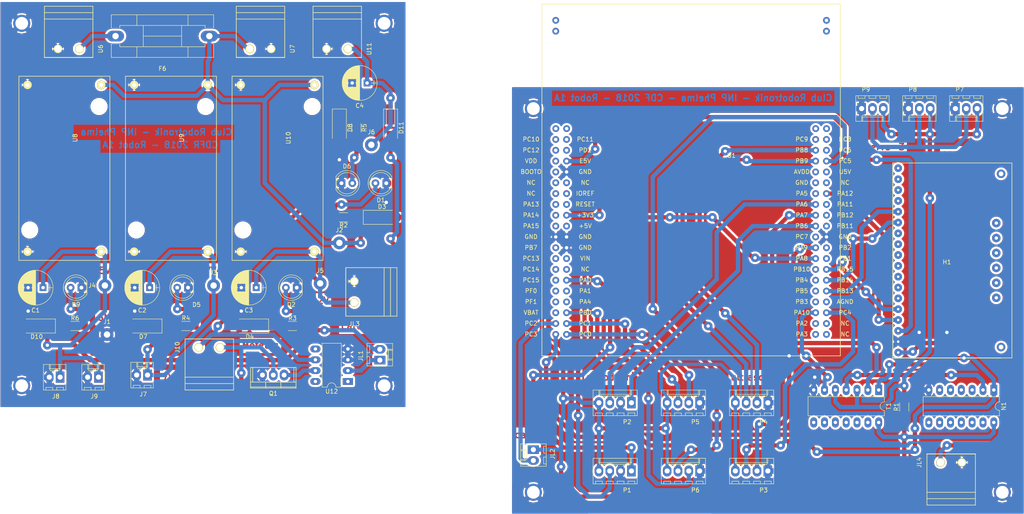
<source format=kicad_pcb>
(kicad_pcb (version 4) (host pcbnew 4.0.7-e2-6376~58~ubuntu16.04.1)
  (layers (0 F.Cu signal) (31 B.Cu signal) (34 B.Paste user) (35 F.Paste user) (36 B.SilkS user) (37 F.SilkS user) (38 B.Mask user) (39 F.Mask user) (44 Edge.Cuts user))
  (net 0 "")
  (net 1 +5V)
  (net 2 GND)
  (net 3 +7V4)
  (net 4 +12V)
  (net 5 +15V)
  (net 6 "Net-(D1-Pad2)")
  (net 7 "Net-(D2-Pad2)")
  (net 8 "Net-(D5-Pad2)")
  (net 9 "Net-(D6-Pad2)")
  (net 10 "Net-(D9-Pad2)")
  (net 11 BATT)
  (net 12 "Net-(F6-Pad2)")
  (net 13 "Net-(H1-Pad19)")
  (net 14 "Net-(H1-Pad21)")
  (net 15 "Net-(H1-Pad24)")
  (net 16 "Net-(H1-Pad23)")
  (net 17 "Net-(H1-Pad20)")
  (net 18 "Net-(H1-Pad22)")
  (net 19 "Net-(H1-Pad1)")
  (net 20 "Net-(H1-Pad2)")
  (net 21 "Net-(H1-Pad3)")
  (net 22 "Net-(H1-Pad4)")
  (net 23 RDG)
  (net 24 RDD)
  (net 25 "Net-(H1-Pad7)")
  (net 26 "Net-(H1-Pad8)")
  (net 27 "Net-(H1-Pad9)")
  (net 28 "Net-(H1-Pad10)")
  (net 29 "Net-(H1-Pad11)")
  (net 30 "Net-(H1-Pad12)")
  (net 31 "Net-(H1-Pad13)")
  (net 32 RGG)
  (net 33 RGD)
  (net 34 +3V3_P)
  (net 35 servo)
  (net 36 "Net-(N1-Pad2)")
  (net 37 CH_B1)
  (net 38 CH_A1)
  (net 39 CH_B2)
  (net 40 CH_A2)
  (net 41 ultrason6)
  (net 42 ultrason5)
  (net 43 ultrason2)
  (net 44 ultrason1)
  (net 45 ultrason4)
  (net 46 ultrason3)
  (net 47 ultrason8)
  (net 48 ultrason7)
  (net 49 7V4_P)
  (net 50 "Net-(P7-Pad3)")
  (net 51 "Net-(Q1-Pad1)")
  (net 52 servoTX)
  (net 53 servoRX)
  (net 54 Lanceur)
  (net 55 "Net-(U1-Pad3)")
  (net 56 "Net-(U1-Pad4)")
  (net 57 "Net-(U1-Pad5)")
  (net 58 "Net-(U1-Pad6)")
  (net 59 "Net-(U1-Pad7)")
  (net 60 "Net-(U1-Pad8)")
  (net 61 "Net-(U1-Pad9)")
  (net 62 "Net-(U1-Pad11)")
  (net 63 "Net-(U1-Pad12)")
  (net 64 "Net-(U1-Pad13)")
  (net 65 "Net-(U1-Pad14)")
  (net 66 "Net-(U1-Pad15)")
  (net 67 "Net-(U1-Pad16)")
  (net 68 "Net-(U1-Pad17)")
  (net 69 "Net-(U1-Pad18)")
  (net 70 "Net-(U1-Pad19)")
  (net 71 "Net-(U1-Pad24)")
  (net 72 CodeurEchantillon)
  (net 73 "Net-(U1-Pad27)")
  (net 74 "Net-(U1-Pad28)")
  (net 75 "Net-(U1-Pad31)")
  (net 76 "Net-(U1-Pad33)")
  (net 77 "Net-(U1-Pad34)")
  (net 78 "Net-(U1-Pad35)")
  (net 79 "Net-(U1-Pad38)")
  (net 80 "Net-(U1-Pad39)")
  (net 81 "Net-(U1-Pad41)")
  (net 82 arduinoRX)
  (net 83 "Net-(U1-Pad42)")
  (net 84 "Net-(U1-Pad44)")
  (net 85 "Net-(U1-Pad48)")
  (net 86 "Net-(U1-Pad49)")
  (net 87 "Net-(U1-Pad51)")
  (net 88 "Net-(U1-Pad52)")
  (net 89 "Net-(U1-Pad53)")
  (net 90 "Net-(U1-Pad55)")
  (net 91 "Net-(U1-Pad56)")
  (net 92 "Net-(U1-Pad58)")
  (net 93 "Net-(U1-Pad59)")
  (net 94 "Net-(U1-Pad79)")
  (net 95 "Net-(U1-Pad76)")
  (net 96 "Net-(U1-Pad75)")
  (net 97 "Net-(U1-Pad74)")
  (net 98 baliseRX)
  (net 99 "Net-(U1-Pad67)")
  (net 100 "Net-(U1-Pad66)")
  (net 101 "Net-(U1-Pad65)")
  (net 102 "Net-(U1-Pad64)")
  (net 103 "Net-(U1-Pad62)")
  (net 104 "Net-(U1-Pad83)")
  (net 105 "Net-(U1-Pad84)")
  (net 106 "Net-(U1-Pad82)")
  (net 107 "Net-(U1-Pad81)")
  (net 108 "Net-(U1-Pad20)")
  (net 109 "Net-(U1-Pad40)")
  (net 110 "Net-(U1-Pad80)")
  (net 111 "Net-(U1-Pad60)")
  (net 112 "Net-(U12-Pad1)")
  (net 113 "Net-(U12-Pad5)")
  (net 114 "Net-(U12-Pad8)")
  (net 115 "Net-(D11-Pad2)")
  (module LEDs:LED_D5.0mm (layer F.Cu) (at 64 87 180)
    (fp_text reference D5 (at -2 -4 180) (layer F.SilkS))
    (fp_text value LED)
    (pad 1 thru_hole rect (at 0 0 180) (size 1.8 1.8) (drill 0.9) (layers *.Cu *.Mask) (net 2 GND))
    (pad 2 thru_hole circle (at 2.54 0 180) (size 1.8 1.8) (drill 0.9) (layers *.Cu *.Mask) (net 8 "Net-(D5-Pad2)"))
  )
  (module "robot_1A:MC33926-Pont en H" (layer F.Cu) (at 242 73)
    (fp_text reference H1 (at 0 8) (layer F.SilkS))
    (fp_text value pont_en_H)
    (pad "" thru_hole circle (at 12.7 27.94) (size 2 2) (drill 1.1) (layers *.Cu *.Mask))
    (pad "" thru_hole circle (at 12.7 -12.7) (size 2 2) (drill 1.1) (layers *.Cu *.Mask))
    (pad 19 thru_hole circle (at 11.5824 -1.143) (size 2 2) (drill 0.8) (layers *.Cu *.Mask) (net 13 "Net-(H1-Pad19)"))
    (pad 21 thru_hole circle (at 11.5824 5.8674) (size 2 2) (drill 0.8) (layers *.Cu *.Mask) (net 14 "Net-(H1-Pad21)"))
    (pad 24 thru_hole circle (at 11.5824 16.383) (size 2 2) (drill 0.8) (layers *.Cu *.Mask) (net 15 "Net-(H1-Pad24)"))
    (pad 23 thru_hole circle (at 11.5824 12.8778) (size 2 2) (drill 0.8) (layers *.Cu *.Mask) (net 16 "Net-(H1-Pad23)"))
    (pad 20 thru_hole circle (at 11.5824 2.3622) (size 2 2) (drill 0.8) (layers *.Cu *.Mask) (net 17 "Net-(H1-Pad20)"))
    (pad 22 thru_hole circle (at 11.5824 9.3726) (size 2 2) (drill 0.8) (layers *.Cu *.Mask) (net 18 "Net-(H1-Pad22)"))
    (pad 1 thru_hole circle (at -11.43 -14.03) (size 1.8 1.8) (drill 0.6) (layers *.Cu *.Mask) (net 19 "Net-(H1-Pad1)"))
    (pad 2 thru_hole circle (at -11.43 -11.43) (size 1.8 1.8) (drill 0.6) (layers *.Cu *.Mask) (net 20 "Net-(H1-Pad2)"))
    (pad 3 thru_hole circle (at -11.43 -8.89) (size 1.8 1.8) (drill 0.6) (layers *.Cu *.Mask) (net 21 "Net-(H1-Pad3)"))
    (pad 4 thru_hole circle (at -11.43 -6.35) (size 1.8 1.8) (drill 0.6) (layers *.Cu *.Mask) (net 22 "Net-(H1-Pad4)"))
    (pad 5 thru_hole circle (at -11.43 -3.81) (size 1.8 1.8) (drill 0.6) (layers *.Cu *.Mask) (net 23 RDG))
    (pad 6 thru_hole circle (at -11.43 -1.27) (size 1.8 1.8) (drill 0.6) (layers *.Cu *.Mask) (net 24 RDD))
    (pad 7 thru_hole circle (at -11.43 1.27) (size 1.8 1.8) (drill 0.6) (layers *.Cu *.Mask) (net 25 "Net-(H1-Pad7)"))
    (pad 8 thru_hole circle (at -11.43 3.81) (size 1.8 1.8) (drill 0.6) (layers *.Cu *.Mask) (net 26 "Net-(H1-Pad8)"))
    (pad 9 thru_hole circle (at -11.43 6.35) (size 1.8 1.8) (drill 0.6) (layers *.Cu *.Mask) (net 27 "Net-(H1-Pad9)"))
    (pad 10 thru_hole circle (at -11.43 8.89) (size 1.8 1.8) (drill 0.6) (layers *.Cu *.Mask) (net 28 "Net-(H1-Pad10)"))
    (pad 11 thru_hole circle (at -11.43 11.43) (size 1.8 1.8) (drill 0.6) (layers *.Cu *.Mask) (net 29 "Net-(H1-Pad11)"))
    (pad 12 thru_hole circle (at -11.43 13.97) (size 1.8 1.8) (drill 0.6) (layers *.Cu *.Mask) (net 30 "Net-(H1-Pad12)"))
    (pad 13 thru_hole circle (at -11.43 16.51) (size 1.8 1.8) (drill 0.6) (layers *.Cu *.Mask) (net 31 "Net-(H1-Pad13)"))
    (pad 14 thru_hole circle (at -11.43 19.05) (size 1.8 1.8) (drill 0.6) (layers *.Cu *.Mask) (net 32 RGG))
    (pad 15 thru_hole circle (at -11.43 21.59) (size 1.8 1.8) (drill 0.6) (layers *.Cu *.Mask) (net 33 RGD))
    (pad 16 thru_hole circle (at -11.43 24.13) (size 1.8 1.8) (drill 0.6) (layers *.Cu *.Mask) (net 34 +3V3_P))
    (pad 17 thru_hole circle (at -11.43 26.67) (size 1.8 1.8) (drill 0.6) (layers *.Cu *.Mask) (net 2 GND))
    (pad 18 thru_hole circle (at -11.43 29.21) (size 1.8 1.8) (drill 0.6) (layers *.Cu *.Mask) (net 4 +12V))
  )
  (module Capacitors_THT:CP_Radial_D8.0mm_P3.50mm (layer F.Cu) (at 30 87 180)
    (fp_text reference C1 (at 1.75 -5.31 180) (layer F.SilkS))
    (fp_text value CP)
    (pad 1 thru_hole rect (at 0 0 180) (size 1.6 1.6) (drill 0.8) (layers *.Cu *.Mask) (net 1 +5V))
    (pad 2 thru_hole circle (at 3.5 0 180) (size 1.6 1.6) (drill 0.8) (layers *.Cu *.Mask) (net 2 GND))
  )
  (module Capacitors_THT:CP_Radial_D8.0mm_P3.50mm (layer F.Cu) (at 55 87 180)
    (fp_text reference C2 (at 1.75 -5.31 180) (layer F.SilkS))
    (fp_text value CP)
    (pad 1 thru_hole rect (at 0 0 180) (size 1.6 1.6) (drill 0.8) (layers *.Cu *.Mask) (net 3 +7V4))
    (pad 2 thru_hole circle (at 3.5 0 180) (size 1.6 1.6) (drill 0.8) (layers *.Cu *.Mask) (net 2 GND))
  )
  (module Capacitors_THT:CP_Radial_D8.0mm_P3.50mm (layer F.Cu) (at 80 87 180)
    (fp_text reference C3 (at 1.75 -5.31 180) (layer F.SilkS))
    (fp_text value CP)
    (pad 1 thru_hole rect (at 0 0 180) (size 1.6 1.6) (drill 0.8) (layers *.Cu *.Mask) (net 4 +12V))
    (pad 2 thru_hole circle (at 3.5 0 180) (size 1.6 1.6) (drill 0.8) (layers *.Cu *.Mask) (net 2 GND))
  )
  (module Capacitors_THT:CP_Radial_D8.0mm_P3.50mm (layer F.Cu) (at 106 39 180)
    (fp_text reference C4 (at 1.75 -5.31 180) (layer F.SilkS))
    (fp_text value CP)
    (pad 1 thru_hole rect (at 0 0 180) (size 1.6 1.6) (drill 0.8) (layers *.Cu *.Mask) (net 5 +15V))
    (pad 2 thru_hole circle (at 3.5 0 180) (size 1.6 1.6) (drill 0.8) (layers *.Cu *.Mask) (net 2 GND))
  )
  (module LEDs:LED_D5.0mm (layer F.Cu) (at 110.5 62.5 180)
    (fp_text reference D1 (at 1.27 -3.96 180) (layer F.SilkS))
    (fp_text value LED)
    (pad 1 thru_hole rect (at 0 0 180) (size 1.8 1.8) (drill 0.9) (layers *.Cu *.Mask) (net 2 GND))
    (pad 2 thru_hole circle (at 2.54 0 180) (size 1.8 1.8) (drill 0.9) (layers *.Cu *.Mask) (net 6 "Net-(D1-Pad2)"))
  )
  (module LEDs:LED_D5.0mm (layer F.Cu) (at 89.5 87 180)
    (fp_text reference D2 (at 1.27 -3.96 180) (layer F.SilkS))
    (fp_text value LED)
    (pad 1 thru_hole rect (at 0 0 180) (size 1.8 1.8) (drill 0.9) (layers *.Cu *.Mask) (net 2 GND))
    (pad 2 thru_hole circle (at 2.54 0 180) (size 1.8 1.8) (drill 0.9) (layers *.Cu *.Mask) (net 7 "Net-(D2-Pad2)"))
  )
  (module Diodes_SMD:D_SMA_Handsoldering (layer F.Cu) (at 109.5 70.5)
    (fp_text reference D3 (at 0 -2.5) (layer F.SilkS))
    (fp_text value D)
    (pad 1 smd rect (at -2.5 0) (size 3.5 1.8) (layers F.Cu F.Paste F.Mask) (net 11 BATT))
    (pad 2 smd rect (at 2.5 0) (size 3.5 1.8) (layers F.Cu F.Paste F.Mask) (net 2 GND))
  )
  (module Diodes_SMD:D_SMA_Handsoldering (layer F.Cu) (at 78.5 96 180)
    (fp_text reference D4 (at 0 -2.5 180) (layer F.SilkS))
    (fp_text value D)
    (pad 1 smd rect (at -2.5 0 180) (size 3.5 1.8) (layers F.Cu F.Paste F.Mask) (net 4 +12V))
    (pad 2 smd rect (at 2.5 0 180) (size 3.5 1.8) (layers F.Cu F.Paste F.Mask) (net 2 GND))
  )
  (module LEDs:LED_D5.0mm (layer F.Cu) (at 100 62.5)
    (fp_text reference D6 (at 1.27 -3.96) (layer F.SilkS))
    (fp_text value LED)
    (pad 1 thru_hole rect (at 0 0) (size 1.8 1.8) (drill 0.9) (layers *.Cu *.Mask) (net 2 GND))
    (pad 2 thru_hole circle (at 2.54 0) (size 1.8 1.8) (drill 0.9) (layers *.Cu *.Mask) (net 9 "Net-(D6-Pad2)"))
  )
  (module Diodes_SMD:D_SMA_Handsoldering (layer F.Cu) (at 53.5 96 180)
    (fp_text reference D7 (at 0 -2.5 180) (layer F.SilkS))
    (fp_text value D)
    (pad 1 smd rect (at -2.5 0 180) (size 3.5 1.8) (layers F.Cu F.Paste F.Mask) (net 3 +7V4))
    (pad 2 smd rect (at 2.5 0 180) (size 3.5 1.8) (layers F.Cu F.Paste F.Mask) (net 2 GND))
  )
  (module Diodes_SMD:D_SMA_Handsoldering (layer F.Cu) (at 99.5 49.5 270)
    (fp_text reference D8 (at 0 -2.5 270) (layer F.SilkS))
    (fp_text value D)
    (pad 1 smd rect (at -2.5 0 270) (size 3.5 1.8) (layers F.Cu F.Paste F.Mask) (net 5 +15V))
    (pad 2 smd rect (at 2.5 0 270) (size 3.5 1.8) (layers F.Cu F.Paste F.Mask) (net 2 GND))
  )
  (module LEDs:LED_D5.0mm (layer F.Cu) (at 39 87 180)
    (fp_text reference D9 (at 1.27 -3.96 180) (layer F.SilkS))
    (fp_text value LED)
    (pad 1 thru_hole rect (at 0 0 180) (size 1.8 1.8) (drill 0.9) (layers *.Cu *.Mask) (net 2 GND))
    (pad 2 thru_hole circle (at 2.54 0 180) (size 1.8 1.8) (drill 0.9) (layers *.Cu *.Mask) (net 10 "Net-(D9-Pad2)"))
  )
  (module Diodes_SMD:D_SMA_Handsoldering (layer F.Cu) (at 28.5 96 180)
    (fp_text reference D10 (at 0 -2.5 180) (layer F.SilkS))
    (fp_text value D)
    (pad 1 smd rect (at -2.5 0 180) (size 3.5 1.8) (layers F.Cu F.Paste F.Mask) (net 1 +5V))
    (pad 2 smd rect (at 2.5 0 180) (size 3.5 1.8) (layers F.Cu F.Paste F.Mask) (net 2 GND))
  )
  (module Fuse_Holders_and_Fuses:Fuseholder5x20_horiz_SemiClosed_Casing10x25mm (layer F.Cu) (at 69 28 180)
    (fp_text reference F6 (at 11 -7.62 180) (layer F.SilkS))
    (fp_text value Fuse)
    (pad 2 thru_hole oval (at 22 0 90) (size 2.5 4) (drill 1.5) (layers *.Cu *.Mask) (net 12 "Net-(F6-Pad2)"))
    (pad 1 thru_hole oval (at 0 0 90) (size 2.5 4) (drill 1.5) (layers *.Cu *.Mask) (net 11 BATT))
  )
  (module Measurement_Points:Measurement_Point_Round-TH_Big (layer F.Cu) (at 45 98)
    (fp_text reference J1 (at 0 -3) (layer F.SilkS))
    (fp_text value CONN_01X01_GND)
    (pad 1 thru_hole circle (at 0 0) (size 3 3) (drill 1.5) (layers *.Cu *.Mask) (net 2 GND))
  )
  (module Measurement_Points:Measurement_Point_Round-TH_Big (layer F.Cu) (at 99.5 76.5)
    (fp_text reference J2 (at 0 -3) (layer F.SilkS))
    (fp_text value CONN_01X01_BATT)
    (pad 1 thru_hole circle (at 0 0) (size 3 3) (drill 1.5) (layers *.Cu *.Mask) (net 11 BATT))
  )
  (module Measurement_Points:Measurement_Point_Round-TH_Big (layer F.Cu) (at 70 86.5)
    (fp_text reference J3 (at 0 -3) (layer F.SilkS))
    (fp_text value CONN_01X01_+7V4)
    (pad 1 thru_hole circle (at 0 0) (size 3 3) (drill 1.5) (layers *.Cu *.Mask) (net 3 +7V4))
  )
  (module Measurement_Points:Measurement_Point_Round-TH_Big (layer F.Cu) (at 44.5 86.5)
    (fp_text reference J4 (at -3 0) (layer F.SilkS))
    (fp_text value CONN_01X01_+5V)
    (pad 1 thru_hole circle (at 0 0) (size 3 3) (drill 1.5) (layers *.Cu *.Mask) (net 1 +5V))
  )
  (module Measurement_Points:Measurement_Point_Round-TH_Big (layer F.Cu) (at 95 86)
    (fp_text reference J5 (at 0 -3) (layer F.SilkS))
    (fp_text value CONN_01X01_GND)
    (pad 1 thru_hole circle (at 0 0) (size 3 3) (drill 1.5) (layers *.Cu *.Mask) (net 4 +12V))
  )
  (module Measurement_Points:Measurement_Point_Round-TH_Big (layer F.Cu) (at 107 53.5)
    (fp_text reference J6 (at 0 -3) (layer F.SilkS))
    (fp_text value CONN_01X01_GND)
    (pad 1 thru_hole circle (at 0 0) (size 3 3) (drill 1.5) (layers *.Cu *.Mask) (net 5 +15V))
  )
  (module Connectors_Molex:Molex_KK-6410-02_02x2.54mm_Straight (layer F.Cu) (at 54.5 107.5 180)
    (fp_text reference J7 (at 1 -4.5 180) (layer F.SilkS))
    (fp_text value Conn_01x02)
    (pad 1 thru_hole rect (at 0 0 180) (size 2 2.6) (drill 1.2) (layers *.Cu *.Mask) (net 3 +7V4))
    (pad 2 thru_hole oval (at 2.54 0 180) (size 2 2.6) (drill 1.2) (layers *.Cu *.Mask) (net 2 GND))
  )
  (module Connectors_Molex:Molex_KK-6410-02_02x2.54mm_Straight (layer F.Cu) (at 34 108 180)
    (fp_text reference J8 (at 1 -4.5 180) (layer F.SilkS))
    (fp_text value Conn_01x02)
    (pad 1 thru_hole rect (at 0 0 180) (size 2 2.6) (drill 1.2) (layers *.Cu *.Mask) (net 1 +5V))
    (pad 2 thru_hole oval (at 2.54 0 180) (size 2 2.6) (drill 1.2) (layers *.Cu *.Mask) (net 2 GND))
  )
  (module Connectors_Molex:Molex_KK-6410-02_02x2.54mm_Straight (layer F.Cu) (at 43 108 180)
    (fp_text reference J9 (at 1 -4.5 180) (layer F.SilkS))
    (fp_text value Conn_01x02)
    (pad 1 thru_hole rect (at 0 0 180) (size 2 2.6) (drill 1.2) (layers *.Cu *.Mask) (net 1 +5V))
    (pad 2 thru_hole oval (at 2.54 0 180) (size 2 2.6) (drill 1.2) (layers *.Cu *.Mask) (net 2 GND))
  )
  (module "dsn2596:B plug 5mm" (layer F.Cu) (at 69 101 90)
    (fp_text reference J10 (at 0 -7.5 90) (layer F.SilkS))
    (fp_text value Conn_01x02)
    (pad 1 thru_hole circle (at 0 -2.5 90) (size 2 2) (drill 1.5) (layers *.Cu *.Mask F.SilkS) (net 5 +15V))
    (pad 2 thru_hole circle (at 0 2.5 90) (size 2 2) (drill 1.5) (layers *.Cu *.Mask F.SilkS) (net 115 "Net-(D11-Pad2)"))
  )
  (module Housings_DIP:DIP-14_W7.62mm_LongPads (layer F.Cu) (at 253 111 270)
    (fp_text reference N1 (at 3.81 -2.33 270) (layer F.SilkS))
    (fp_text value SN74HC04N)
    (pad 1 thru_hole rect (at 0 0 270) (size 2.4 1.6) (drill 0.8) (layers *.Cu *.Mask) (net 35 servo))
    (pad 8 thru_hole oval (at 7.62 15.24 270) (size 2.4 1.6) (drill 0.8) (layers *.Cu *.Mask))
    (pad 2 thru_hole oval (at 0 2.54 270) (size 2.4 1.6) (drill 0.8) (layers *.Cu *.Mask) (net 36 "Net-(N1-Pad2)"))
    (pad 9 thru_hole oval (at 7.62 12.7 270) (size 2.4 1.6) (drill 0.8) (layers *.Cu *.Mask))
    (pad 3 thru_hole oval (at 0 5.08 270) (size 2.4 1.6) (drill 0.8) (layers *.Cu *.Mask))
    (pad 10 thru_hole oval (at 7.62 10.16 270) (size 2.4 1.6) (drill 0.8) (layers *.Cu *.Mask))
    (pad 4 thru_hole oval (at 0 7.62 270) (size 2.4 1.6) (drill 0.8) (layers *.Cu *.Mask))
    (pad 11 thru_hole oval (at 7.62 7.62 270) (size 2.4 1.6) (drill 0.8) (layers *.Cu *.Mask))
    (pad 5 thru_hole oval (at 0 10.16 270) (size 2.4 1.6) (drill 0.8) (layers *.Cu *.Mask))
    (pad 12 thru_hole oval (at 7.62 5.08 270) (size 2.4 1.6) (drill 0.8) (layers *.Cu *.Mask))
    (pad 6 thru_hole oval (at 0 12.7 270) (size 2.4 1.6) (drill 0.8) (layers *.Cu *.Mask))
    (pad 13 thru_hole oval (at 7.62 2.54 270) (size 2.4 1.6) (drill 0.8) (layers *.Cu *.Mask))
    (pad 7 thru_hole oval (at 0 15.24 270) (size 2.4 1.6) (drill 0.8) (layers *.Cu *.Mask) (net 2 GND))
    (pad 14 thru_hole oval (at 7.62 0 270) (size 2.4 1.6) (drill 0.8) (layers *.Cu *.Mask) (net 1 +5V))
  )
  (module Connectors_Molex:Molex_KK-6410-04_04x2.54mm_Straight (layer F.Cu) (at 168 130 180)
    (fp_text reference P1 (at 1 -4.5 180) (layer F.SilkS))
    (fp_text value Encodeur1)
    (pad 1 thru_hole rect (at 0 0 180) (size 2 2.6) (drill 1.2) (layers *.Cu *.Mask) (net 37 CH_B1))
    (pad 2 thru_hole oval (at 2.54 0 180) (size 2 2.6) (drill 1.2) (layers *.Cu *.Mask) (net 2 GND))
    (pad 3 thru_hole oval (at 5.08 0 180) (size 2 2.6) (drill 1.2) (layers *.Cu *.Mask) (net 38 CH_A1))
    (pad 4 thru_hole oval (at 7.62 0 180) (size 2 2.6) (drill 1.2) (layers *.Cu *.Mask) (net 1 +5V))
  )
  (module Connectors_Molex:Molex_KK-6410-04_04x2.54mm_Straight (layer F.Cu) (at 168 114 180)
    (fp_text reference P2 (at 1 -4.5 180) (layer F.SilkS))
    (fp_text value Encodeur2)
    (pad 1 thru_hole rect (at 0 0 180) (size 2 2.6) (drill 1.2) (layers *.Cu *.Mask) (net 39 CH_B2))
    (pad 2 thru_hole oval (at 2.54 0 180) (size 2 2.6) (drill 1.2) (layers *.Cu *.Mask) (net 2 GND))
    (pad 3 thru_hole oval (at 5.08 0 180) (size 2 2.6) (drill 1.2) (layers *.Cu *.Mask) (net 40 CH_A2))
    (pad 4 thru_hole oval (at 7.62 0 180) (size 2 2.6) (drill 1.2) (layers *.Cu *.Mask) (net 1 +5V))
  )
  (module Connectors_Molex:Molex_KK-6410-04_04x2.54mm_Straight (layer F.Cu) (at 200 130 180)
    (fp_text reference P3 (at 1 -4.5 180) (layer F.SilkS))
    (fp_text value ultrason)
    (pad 1 thru_hole rect (at 0 0 180) (size 2 2.6) (drill 1.2) (layers *.Cu *.Mask) (net 2 GND))
    (pad 2 thru_hole oval (at 2.54 0 180) (size 2 2.6) (drill 1.2) (layers *.Cu *.Mask) (net 41 ultrason6))
    (pad 3 thru_hole oval (at 5.08 0 180) (size 2 2.6) (drill 1.2) (layers *.Cu *.Mask) (net 42 ultrason5))
    (pad 4 thru_hole oval (at 7.62 0 180) (size 2 2.6) (drill 1.2) (layers *.Cu *.Mask) (net 1 +5V))
  )
  (module Connectors_Molex:Molex_KK-6410-04_04x2.54mm_Straight (layer F.Cu) (at 200 114 180)
    (fp_text reference P4 (at 1 -4.5 180) (layer F.SilkS))
    (fp_text value ultrason)
    (pad 1 thru_hole rect (at 0 0 180) (size 2 2.6) (drill 1.2) (layers *.Cu *.Mask) (net 2 GND))
    (pad 2 thru_hole oval (at 2.54 0 180) (size 2 2.6) (drill 1.2) (layers *.Cu *.Mask) (net 43 ultrason2))
    (pad 3 thru_hole oval (at 5.08 0 180) (size 2 2.6) (drill 1.2) (layers *.Cu *.Mask) (net 44 ultrason1))
    (pad 4 thru_hole oval (at 7.62 0 180) (size 2 2.6) (drill 1.2) (layers *.Cu *.Mask) (net 1 +5V))
  )
  (module Connectors_Molex:Molex_KK-6410-04_04x2.54mm_Straight (layer F.Cu) (at 184 114 180)
    (fp_text reference P5 (at 1 -4.5 180) (layer F.SilkS))
    (fp_text value ultrason)
    (pad 1 thru_hole rect (at 0 0 180) (size 2 2.6) (drill 1.2) (layers *.Cu *.Mask) (net 2 GND))
    (pad 2 thru_hole oval (at 2.54 0 180) (size 2 2.6) (drill 1.2) (layers *.Cu *.Mask) (net 45 ultrason4))
    (pad 3 thru_hole oval (at 5.08 0 180) (size 2 2.6) (drill 1.2) (layers *.Cu *.Mask) (net 46 ultrason3))
    (pad 4 thru_hole oval (at 7.62 0 180) (size 2 2.6) (drill 1.2) (layers *.Cu *.Mask) (net 1 +5V))
  )
  (module Connectors_Molex:Molex_KK-6410-04_04x2.54mm_Straight (layer F.Cu) (at 184 130 180)
    (fp_text reference P6 (at 1 -4.5 180) (layer F.SilkS))
    (fp_text value ultrason)
    (pad 1 thru_hole rect (at 0 0 180) (size 2 2.6) (drill 1.2) (layers *.Cu *.Mask) (net 2 GND))
    (pad 2 thru_hole oval (at 2.54 0 180) (size 2 2.6) (drill 1.2) (layers *.Cu *.Mask) (net 47 ultrason8))
    (pad 3 thru_hole oval (at 5.08 0 180) (size 2 2.6) (drill 1.2) (layers *.Cu *.Mask) (net 48 ultrason7))
    (pad 4 thru_hole oval (at 7.62 0 180) (size 2 2.6) (drill 1.2) (layers *.Cu *.Mask) (net 1 +5V))
  )
  (module Connectors_Molex:Molex_KK-6410-03_03x2.54mm_Straight (layer F.Cu) (at 244 45)
    (fp_text reference P7 (at 1 -4.5) (layer F.SilkS))
    (fp_text value servo1)
    (pad 1 thru_hole rect (at 0 0) (size 2 2.6) (drill 1.2) (layers *.Cu *.Mask) (net 2 GND))
    (pad 2 thru_hole oval (at 2.54 0) (size 2 2.6) (drill 1.2) (layers *.Cu *.Mask) (net 49 7V4_P))
    (pad 3 thru_hole oval (at 5.08 0) (size 2 2.6) (drill 1.2) (layers *.Cu *.Mask) (net 50 "Net-(P7-Pad3)"))
  )
  (module Connectors_Molex:Molex_KK-6410-03_03x2.54mm_Straight (layer F.Cu) (at 233 45)
    (fp_text reference P8 (at 1 -4.5) (layer F.SilkS))
    (fp_text value servo2)
    (pad 1 thru_hole rect (at 0 0) (size 2 2.6) (drill 1.2) (layers *.Cu *.Mask) (net 2 GND))
    (pad 2 thru_hole oval (at 2.54 0) (size 2 2.6) (drill 1.2) (layers *.Cu *.Mask) (net 49 7V4_P))
    (pad 3 thru_hole oval (at 5.08 0) (size 2 2.6) (drill 1.2) (layers *.Cu *.Mask) (net 50 "Net-(P7-Pad3)"))
  )
  (module Connectors_Molex:Molex_KK-6410-03_03x2.54mm_Straight (layer F.Cu) (at 222 45)
    (fp_text reference P9 (at 1 -4.5) (layer F.SilkS))
    (fp_text value servo3)
    (pad 1 thru_hole rect (at 0 0) (size 2 2.6) (drill 1.2) (layers *.Cu *.Mask) (net 2 GND))
    (pad 2 thru_hole oval (at 2.54 0) (size 2 2.6) (drill 1.2) (layers *.Cu *.Mask) (net 49 7V4_P))
    (pad 3 thru_hole oval (at 5.08 0) (size 2 2.6) (drill 1.2) (layers *.Cu *.Mask) (net 50 "Net-(P7-Pad3)"))
  )
  (module Power_Integrations:TO-220 (layer F.Cu) (at 84 107.5 180)
    (fp_text reference Q1 (at 0 -4.318 180) (layer F.SilkS))
    (fp_text value IRF540N)
    (pad 2 thru_hole oval (at 0 0 180) (size 2.032 2.54) (drill 1.143) (layers *.Cu *.Mask) (net 115 "Net-(D11-Pad2)"))
    (pad 3 thru_hole oval (at 2.54 0 180) (size 2.032 2.54) (drill 1.143) (layers *.Cu *.Mask) (net 2 GND))
    (pad 1 thru_hole oval (at -2.54 0 180) (size 2.032 2.54) (drill 1.143) (layers *.Cu *.Mask) (net 51 "Net-(Q1-Pad1)"))
  )
  (module Resistors_SMD:R_1206_HandSoldering (layer F.Cu) (at 232 115 90)
    (fp_text reference R1 (at 0 -1.85 90) (layer F.SilkS))
    (fp_text value R)
    (pad 1 smd rect (at -2 0 90) (size 2 1.7) (layers F.Cu F.Paste F.Mask) (net 1 +5V))
    (pad 2 smd rect (at 2 0 90) (size 2 1.7) (layers F.Cu F.Paste F.Mask) (net 50 "Net-(P7-Pad3)"))
  )
  (module Resistors_SMD:R_1206_HandSoldering (layer F.Cu) (at 100.5 70.5 180)
    (fp_text reference R2 (at 0 -1.85 180) (layer F.SilkS))
    (fp_text value 2.7k)
    (pad 1 smd rect (at -2 0 180) (size 2 1.7) (layers F.Cu F.Paste F.Mask) (net 11 BATT))
    (pad 2 smd rect (at 2 0 180) (size 2 1.7) (layers F.Cu F.Paste F.Mask) (net 6 "Net-(D1-Pad2)"))
  )
  (module Resistors_SMD:R_1206_HandSoldering (layer F.Cu) (at 88.5 96)
    (fp_text reference R3 (at 0 -1.85) (layer F.SilkS))
    (fp_text value 1.8k)
    (pad 1 smd rect (at -2 0) (size 2 1.7) (layers F.Cu F.Paste F.Mask) (net 4 +12V))
    (pad 2 smd rect (at 2 0) (size 2 1.7) (layers F.Cu F.Paste F.Mask) (net 7 "Net-(D2-Pad2)"))
  )
  (module Resistors_SMD:R_1206_HandSoldering (layer F.Cu) (at 63.5 96)
    (fp_text reference R4 (at 0 -1.85) (layer F.SilkS))
    (fp_text value 1.2k)
    (pad 1 smd rect (at -2 0) (size 2 1.7) (layers F.Cu F.Paste F.Mask) (net 3 +7V4))
    (pad 2 smd rect (at 2 0) (size 2 1.7) (layers F.Cu F.Paste F.Mask) (net 8 "Net-(D5-Pad2)"))
  )
  (module Resistors_SMD:R_1206_HandSoldering (layer F.Cu) (at 103.5 49.5 270)
    (fp_text reference R5 (at 0 -1.85 270) (layer F.SilkS))
    (fp_text value 1.8k)
    (pad 1 smd rect (at -2 0 270) (size 2 1.7) (layers F.Cu F.Paste F.Mask) (net 5 +15V))
    (pad 2 smd rect (at 2 0 270) (size 2 1.7) (layers F.Cu F.Paste F.Mask) (net 9 "Net-(D6-Pad2)"))
  )
  (module Resistors_SMD:R_1206_HandSoldering (layer F.Cu) (at 37.5 96)
    (fp_text reference R6 (at 0 -1.85) (layer F.SilkS))
    (fp_text value 680)
    (pad 1 smd rect (at -2 0) (size 2 1.7) (layers F.Cu F.Paste F.Mask) (net 1 +5V))
    (pad 2 smd rect (at 2 0) (size 2 1.7) (layers F.Cu F.Paste F.Mask) (net 10 "Net-(D9-Pad2)"))
  )
  (module Housings_DIP:DIP-14_W7.62mm_LongPads (layer F.Cu) (at 226 111 270)
    (fp_text reference T1 (at 3.81 -2.33 270) (layer F.SilkS))
    (fp_text value SN74LS126AN)
    (pad 1 thru_hole rect (at 0 0 270) (size 2.4 1.6) (drill 0.8) (layers *.Cu *.Mask) (net 35 servo))
    (pad 8 thru_hole oval (at 7.62 15.24 270) (size 2.4 1.6) (drill 0.8) (layers *.Cu *.Mask))
    (pad 2 thru_hole oval (at 0 2.54 270) (size 2.4 1.6) (drill 0.8) (layers *.Cu *.Mask) (net 52 servoTX))
    (pad 9 thru_hole oval (at 7.62 12.7 270) (size 2.4 1.6) (drill 0.8) (layers *.Cu *.Mask))
    (pad 3 thru_hole oval (at 0 5.08 270) (size 2.4 1.6) (drill 0.8) (layers *.Cu *.Mask) (net 50 "Net-(P7-Pad3)"))
    (pad 10 thru_hole oval (at 7.62 10.16 270) (size 2.4 1.6) (drill 0.8) (layers *.Cu *.Mask))
    (pad 4 thru_hole oval (at 0 7.62 270) (size 2.4 1.6) (drill 0.8) (layers *.Cu *.Mask) (net 36 "Net-(N1-Pad2)"))
    (pad 11 thru_hole oval (at 7.62 7.62 270) (size 2.4 1.6) (drill 0.8) (layers *.Cu *.Mask))
    (pad 5 thru_hole oval (at 0 10.16 270) (size 2.4 1.6) (drill 0.8) (layers *.Cu *.Mask) (net 50 "Net-(P7-Pad3)"))
    (pad 12 thru_hole oval (at 7.62 5.08 270) (size 2.4 1.6) (drill 0.8) (layers *.Cu *.Mask))
    (pad 6 thru_hole oval (at 0 12.7 270) (size 2.4 1.6) (drill 0.8) (layers *.Cu *.Mask) (net 53 servoRX))
    (pad 13 thru_hole oval (at 7.62 2.54 270) (size 2.4 1.6) (drill 0.8) (layers *.Cu *.Mask))
    (pad 7 thru_hole oval (at 0 15.24 270) (size 2.4 1.6) (drill 0.8) (layers *.Cu *.Mask) (net 2 GND))
    (pad 14 thru_hole oval (at 7.62 0 270) (size 2.4 1.6) (drill 0.8) (layers *.Cu *.Mask) (net 1 +5V))
  )
  (module robot_1A:Nucleo-64 (layer F.Cu) (at 147 103)
    (fp_text reference U1 (at 44.45 -46.99) (layer F.SilkS))
    (fp_text value Nucleo-64)
    (fp_text user NC (at 71.12 -5.08) (layer F.SilkS))
    (fp_text user NC (at 71.12 -7.62) (layer F.SilkS))
    (fp_text user PC4 (at 71.12 -10.16) (layer F.SilkS))
    (fp_text user AGND (at 71.12 -12.7) (layer F.SilkS))
    (fp_text user PB13 (at 71.12 -15.24) (layer F.SilkS))
    (fp_text user PB14 (at 71.12 -17.78) (layer F.SilkS))
    (fp_text user PB15 (at 71.12 -20.32) (layer F.SilkS))
    (fp_text user PB1 (at 71.12 -22.86) (layer F.SilkS))
    (fp_text user PB2 (at 71.12 -25.4) (layer F.SilkS))
    (fp_text user GND (at 71.12 -27.94) (layer F.SilkS))
    (fp_text user PB11 (at 71.12 -30.48) (layer F.SilkS))
    (fp_text user PB12 (at 71.12 -33.02) (layer F.SilkS))
    (fp_text user PA11 (at 71.12 -35.56) (layer F.SilkS))
    (fp_text user PA12 (at 71.12 -38.1) (layer F.SilkS))
    (fp_text user NC (at 71.12 -40.64) (layer F.SilkS))
    (fp_text user U5V (at 71.12 -43.18) (layer F.SilkS))
    (fp_text user PC5 (at 71.12 -45.72) (layer F.SilkS))
    (fp_text user PC6 (at 71.12 -48.26) (layer F.SilkS))
    (fp_text user PC8 (at 71.12 -50.8) (layer F.SilkS))
    (fp_text user PA3 (at 60.96 -5.08) (layer F.SilkS))
    (fp_text user PA2 (at 60.96 -7.62) (layer F.SilkS))
    (fp_text user PA10 (at 60.96 -10.16) (layer F.SilkS))
    (fp_text user PB3 (at 60.96 -12.7) (layer F.SilkS))
    (fp_text user PB5 (at 60.96 -15.24) (layer F.SilkS))
    (fp_text user PB4 (at 60.96 -17.78) (layer F.SilkS))
    (fp_text user PB10 (at 60.96 -20.32) (layer F.SilkS))
    (fp_text user PA8 (at 60.96 -22.86) (layer F.SilkS))
    (fp_text user PA9 (at 60.96 -25.4) (layer F.SilkS))
    (fp_text user PC7 (at 60.96 -27.94) (layer F.SilkS))
    (fp_text user PB6 (at 60.96 -30.48) (layer F.SilkS))
    (fp_text user PA7 (at 60.96 -33.02) (layer F.SilkS))
    (fp_text user PA6 (at 60.96 -35.56) (layer F.SilkS))
    (fp_text user PA5 (at 60.96 -38.1) (layer F.SilkS))
    (fp_text user GND (at 60.96 -40.64) (layer F.SilkS))
    (fp_text user AVDD (at 60.96 -43.18) (layer F.SilkS))
    (fp_text user PB9 (at 60.96 -45.72) (layer F.SilkS))
    (fp_text user PB8 (at 60.96 -48.26) (layer F.SilkS))
    (fp_text user PC9 (at 60.96 -50.8) (layer F.SilkS))
    (fp_text user PC0 (at 10.16 -5.08) (layer F.SilkS))
    (fp_text user PC1 (at 10.16 -7.62) (layer F.SilkS))
    (fp_text user PB0 (at 10.16 -10.16) (layer F.SilkS))
    (fp_text user PA4 (at 10.16 -12.7) (layer F.SilkS))
    (fp_text user PA1 (at 10.16 -15.24) (layer F.SilkS))
    (fp_text user PAO (at 10.16 -17.78) (layer F.SilkS))
    (fp_text user NC (at 10.16 -20.32) (layer F.SilkS))
    (fp_text user VIN (at 10.16 -22.86) (layer F.SilkS))
    (fp_text user GND (at 10.16 -25.4) (layer F.SilkS))
    (fp_text user GND (at 10.16 -27.94) (layer F.SilkS))
    (fp_text user +5V (at 10.16 -30.48) (layer F.SilkS))
    (fp_text user +3V3 (at 10.16 -33.02) (layer F.SilkS))
    (fp_text user RESET (at 10.16 -35.56) (layer F.SilkS))
    (fp_text user IOREF (at 10.16 -38.1) (layer F.SilkS))
    (fp_text user NC (at 10.16 -40.64) (layer F.SilkS))
    (fp_text user GND (at 10.16 -43.18) (layer F.SilkS))
    (fp_text user E5V (at 10.16 -45.72) (layer F.SilkS))
    (fp_text user PD2 (at 10.16 -48.26) (layer F.SilkS))
    (fp_text user PC11 (at 10.16 -50.8) (layer F.SilkS))
    (fp_text user PC3 (at -2.54 -5.08) (layer F.SilkS))
    (fp_text user PC2 (at -2.54 -7.62) (layer F.SilkS))
    (fp_text user VBAT (at -2.54 -10.16) (layer F.SilkS))
    (fp_text user PF1 (at -2.54 -12.7) (layer F.SilkS))
    (fp_text user PF0 (at -2.54 -15.24) (layer F.SilkS))
    (fp_text user PC15 (at -2.54 -17.78) (layer F.SilkS))
    (fp_text user PC14 (at -2.54 -20.32) (layer F.SilkS))
    (fp_text user PC13 (at -2.54 -22.86) (layer F.SilkS))
    (fp_text user PB7 (at -2.54 -25.4) (layer F.SilkS))
    (fp_text user GND (at -2.54 -27.94) (layer F.SilkS))
    (fp_text user PA15 (at -2.54 -30.48) (layer F.SilkS))
    (fp_text user PA14 (at -2.54 -33.02) (layer F.SilkS))
    (fp_text user PA13 (at -2.54 -35.56) (layer F.SilkS))
    (fp_text user NC (at -2.54 -38.1) (layer F.SilkS))
    (fp_text user NC (at -2.54 -40.64) (layer F.SilkS))
    (fp_text user BOOTO (at -2.54 -43.18) (layer F.SilkS))
    (fp_text user VDD (at -2.54 -45.72) (layer F.SilkS))
    (fp_text user PC12 (at -2.54 -48.26) (layer F.SilkS))
    (fp_text user PC10 (at -2.54 -50.8) (layer F.SilkS))
    (pad 1 thru_hole circle (at 3.25 -5.04) (size 1.6 1.6) (drill 0.8) (layers *.Cu *.Mask) (net 35 servo))
    (pad 21 thru_hole circle (at 5.79 -5.04) (size 1.6 1.6) (drill 0.8) (layers *.Cu *.Mask) (net 45 ultrason4))
    (pad 2 thru_hole circle (at 3.25 -7.58) (size 1.6 1.6) (drill 0.8) (layers *.Cu *.Mask) (net 54 Lanceur))
    (pad 3 thru_hole circle (at 3.25 -10.12) (size 1.6 1.6) (drill 0.8) (layers *.Cu *.Mask) (net 55 "Net-(U1-Pad3)"))
    (pad 4 thru_hole circle (at 3.25 -12.66) (size 1.6 1.6) (drill 0.8) (layers *.Cu *.Mask) (net 56 "Net-(U1-Pad4)"))
    (pad 5 thru_hole circle (at 3.25 -15.2) (size 1.6 1.6) (drill 0.8) (layers *.Cu *.Mask) (net 57 "Net-(U1-Pad5)"))
    (pad 6 thru_hole circle (at 3.25 -17.74) (size 1.6 1.6) (drill 0.8) (layers *.Cu *.Mask) (net 58 "Net-(U1-Pad6)"))
    (pad 7 thru_hole circle (at 3.25 -20.28) (size 1.6 1.6) (drill 0.8) (layers *.Cu *.Mask) (net 59 "Net-(U1-Pad7)"))
    (pad 8 thru_hole circle (at 3.25 -22.82) (size 1.6 1.6) (drill 0.8) (layers *.Cu *.Mask) (net 60 "Net-(U1-Pad8)"))
    (pad 9 thru_hole circle (at 3.25 -25.36) (size 1.6 1.6) (drill 0.8) (layers *.Cu *.Mask) (net 61 "Net-(U1-Pad9)"))
    (pad 10 thru_hole circle (at 3.25 -27.9) (size 1.6 1.6) (drill 0.8) (layers *.Cu *.Mask) (net 2 GND))
    (pad 11 thru_hole circle (at 3.25 -30.44) (size 1.6 1.6) (drill 0.8) (layers *.Cu *.Mask) (net 62 "Net-(U1-Pad11)"))
    (pad 12 thru_hole circle (at 3.25 -32.98) (size 1.6 1.6) (drill 0.8) (layers *.Cu *.Mask) (net 63 "Net-(U1-Pad12)"))
    (pad 13 thru_hole circle (at 3.25 -35.52) (size 1.6 1.6) (drill 0.8) (layers *.Cu *.Mask) (net 64 "Net-(U1-Pad13)"))
    (pad 14 thru_hole circle (at 3.25 -38.06) (size 1.6 1.6) (drill 0.8) (layers *.Cu *.Mask) (net 65 "Net-(U1-Pad14)"))
    (pad 15 thru_hole circle (at 3.25 -40.6) (size 1.6 1.6) (drill 0.8) (layers *.Cu *.Mask) (net 66 "Net-(U1-Pad15)"))
    (pad 16 thru_hole circle (at 3.25 -43.14) (size 1.6 1.6) (drill 0.8) (layers *.Cu *.Mask) (net 67 "Net-(U1-Pad16)"))
    (pad 17 thru_hole circle (at 3.25 -45.68) (size 1.6 1.6) (drill 0.8) (layers *.Cu *.Mask) (net 68 "Net-(U1-Pad17)"))
    (pad 18 thru_hole circle (at 3.25 -48.22) (size 1.6 1.6) (drill 0.8) (layers *.Cu *.Mask) (net 69 "Net-(U1-Pad18)"))
    (pad 19 thru_hole circle (at 3.25 -50.76) (size 1.6 1.6) (drill 0.8) (layers *.Cu *.Mask) (net 70 "Net-(U1-Pad19)"))
    (pad 22 thru_hole circle (at 5.79 -7.58) (size 1.6 1.6) (drill 0.8) (layers *.Cu *.Mask) (net 46 ultrason3))
    (pad 23 thru_hole circle (at 5.79 -10.12) (size 1.6 1.6) (drill 0.8) (layers *.Cu *.Mask) (net 47 ultrason8))
    (pad 24 thru_hole circle (at 5.79 -12.66) (size 1.6 1.6) (drill 0.8) (layers *.Cu *.Mask) (net 71 "Net-(U1-Pad24)"))
    (pad 25 thru_hole circle (at 5.79 -15.2) (size 1.6 1.6) (drill 0.8) (layers *.Cu *.Mask) (net 72 CodeurEchantillon))
    (pad 26 thru_hole circle (at 5.79 -17.74) (size 1.6 1.6) (drill 0.8) (layers *.Cu *.Mask) (net 37 CH_B1))
    (pad 27 thru_hole circle (at 5.79 -20.28) (size 1.6 1.6) (drill 0.8) (layers *.Cu *.Mask) (net 73 "Net-(U1-Pad27)"))
    (pad 28 thru_hole circle (at 5.79 -22.82) (size 1.6 1.6) (drill 0.8) (layers *.Cu *.Mask) (net 74 "Net-(U1-Pad28)"))
    (pad 29 thru_hole circle (at 5.79 -25.36) (size 1.6 1.6) (drill 0.8) (layers *.Cu *.Mask) (net 2 GND))
    (pad 30 thru_hole circle (at 5.79 -27.9) (size 1.6 1.6) (drill 0.8) (layers *.Cu *.Mask) (net 2 GND))
    (pad 31 thru_hole circle (at 5.79 -30.44) (size 1.6 1.6) (drill 0.8) (layers *.Cu *.Mask) (net 75 "Net-(U1-Pad31)"))
    (pad 32 thru_hole circle (at 5.79 -32.98) (size 1.6 1.6) (drill 0.8) (layers *.Cu *.Mask) (net 34 +3V3_P))
    (pad 33 thru_hole circle (at 5.79 -35.52) (size 1.6 1.6) (drill 0.8) (layers *.Cu *.Mask) (net 76 "Net-(U1-Pad33)"))
    (pad 34 thru_hole circle (at 5.79 -38.06) (size 1.6 1.6) (drill 0.8) (layers *.Cu *.Mask) (net 77 "Net-(U1-Pad34)"))
    (pad 35 thru_hole circle (at 5.79 -40.6) (size 1.6 1.6) (drill 0.8) (layers *.Cu *.Mask) (net 78 "Net-(U1-Pad35)"))
    (pad 36 thru_hole circle (at 5.79 -43.14) (size 1.6 1.6) (drill 0.8) (layers *.Cu *.Mask) (net 2 GND))
    (pad 37 thru_hole circle (at 5.79 -45.68) (size 1.6 1.6) (drill 0.8) (layers *.Cu *.Mask) (net 1 +5V))
    (pad 38 thru_hole circle (at 5.79 -48.22) (size 1.6 1.6) (drill 0.8) (layers *.Cu *.Mask) (net 79 "Net-(U1-Pad38)"))
    (pad 39 thru_hole circle (at 5.79 -50.76) (size 1.6 1.6) (drill 0.8) (layers *.Cu *.Mask) (net 80 "Net-(U1-Pad39)"))
    (pad 41 thru_hole circle (at 66.75 -5.04) (size 1.6 1.6) (drill 0.8) (layers *.Cu *.Mask) (net 81 "Net-(U1-Pad41)"))
    (pad 61 thru_hole circle (at 64.21 -5.04) (size 1.6 1.6) (drill 0.8) (layers *.Cu *.Mask) (net 82 arduinoRX))
    (pad 42 thru_hole circle (at 66.75 -7.58) (size 1.6 1.6) (drill 0.8) (layers *.Cu *.Mask) (net 83 "Net-(U1-Pad42)"))
    (pad 43 thru_hole circle (at 66.75 -10.12) (size 1.6 1.6) (drill 0.8) (layers *.Cu *.Mask) (net 42 ultrason5))
    (pad 44 thru_hole circle (at 66.75 -12.66) (size 1.6 1.6) (drill 0.8) (layers *.Cu *.Mask) (net 84 "Net-(U1-Pad44)"))
    (pad 45 thru_hole circle (at 66.75 -15.2) (size 1.6 1.6) (drill 0.8) (layers *.Cu *.Mask) (net 23 RDG))
    (pad 46 thru_hole circle (at 66.75 -17.74) (size 1.6 1.6) (drill 0.8) (layers *.Cu *.Mask) (net 24 RDD))
    (pad 47 thru_hole circle (at 66.75 -20.28) (size 1.6 1.6) (drill 0.8) (layers *.Cu *.Mask) (net 32 RGG))
    (pad 48 thru_hole circle (at 66.75 -22.82) (size 1.6 1.6) (drill 0.8) (layers *.Cu *.Mask) (net 85 "Net-(U1-Pad48)"))
    (pad 49 thru_hole circle (at 66.75 -25.36) (size 1.6 1.6) (drill 0.8) (layers *.Cu *.Mask) (net 86 "Net-(U1-Pad49)"))
    (pad 50 thru_hole circle (at 66.75 -27.9) (size 1.6 1.6) (drill 0.8) (layers *.Cu *.Mask) (net 2 GND))
    (pad 51 thru_hole circle (at 66.75 -30.44) (size 1.6 1.6) (drill 0.8) (layers *.Cu *.Mask) (net 87 "Net-(U1-Pad51)"))
    (pad 52 thru_hole circle (at 66.75 -32.98) (size 1.6 1.6) (drill 0.8) (layers *.Cu *.Mask) (net 88 "Net-(U1-Pad52)"))
    (pad 53 thru_hole circle (at 66.75 -35.52) (size 1.6 1.6) (drill 0.8) (layers *.Cu *.Mask) (net 89 "Net-(U1-Pad53)"))
    (pad 54 thru_hole circle (at 66.75 -38.06) (size 1.6 1.6) (drill 0.8) (layers *.Cu *.Mask) (net 33 RGD))
    (pad 55 thru_hole circle (at 66.75 -40.6) (size 1.6 1.6) (drill 0.8) (layers *.Cu *.Mask) (net 90 "Net-(U1-Pad55)"))
    (pad 56 thru_hole circle (at 66.75 -43.14) (size 1.6 1.6) (drill 0.8) (layers *.Cu *.Mask) (net 91 "Net-(U1-Pad56)"))
    (pad 57 thru_hole circle (at 66.75 -45.68) (size 1.6 1.6) (drill 0.8) (layers *.Cu *.Mask) (net 48 ultrason7))
    (pad 58 thru_hole circle (at 66.75 -48.22) (size 1.6 1.6) (drill 0.8) (layers *.Cu *.Mask) (net 92 "Net-(U1-Pad58)"))
    (pad 59 thru_hole circle (at 66.75 -50.76) (size 1.6 1.6) (drill 0.8) (layers *.Cu *.Mask) (net 93 "Net-(U1-Pad59)"))
    (pad 79 thru_hole circle (at 64.21 -50.76) (size 1.6 1.6) (drill 0.8) (layers *.Cu *.Mask) (net 94 "Net-(U1-Pad79)"))
    (pad 78 thru_hole circle (at 64.21 -48.22) (size 1.6 1.6) (drill 0.8) (layers *.Cu *.Mask) (net 44 ultrason1))
    (pad 77 thru_hole circle (at 64.21 -45.68) (size 1.6 1.6) (drill 0.8) (layers *.Cu *.Mask) (net 43 ultrason2))
    (pad 76 thru_hole circle (at 64.21 -43.14) (size 1.6 1.6) (drill 0.8) (layers *.Cu *.Mask) (net 95 "Net-(U1-Pad76)"))
    (pad 75 thru_hole circle (at 64.21 -40.6) (size 1.6 1.6) (drill 0.8) (layers *.Cu *.Mask) (net 96 "Net-(U1-Pad75)"))
    (pad 74 thru_hole circle (at 64.21 -38.06) (size 1.6 1.6) (drill 0.8) (layers *.Cu *.Mask) (net 97 "Net-(U1-Pad74)"))
    (pad 73 thru_hole circle (at 64.21 -35.52) (size 1.6 1.6) (drill 0.8) (layers *.Cu *.Mask) (net 40 CH_A2))
    (pad 72 thru_hole circle (at 64.21 -32.98) (size 1.6 1.6) (drill 0.8) (layers *.Cu *.Mask) (net 41 ultrason6))
    (pad 71 thru_hole circle (at 64.21 -30.44) (size 1.6 1.6) (drill 0.8) (layers *.Cu *.Mask) (net 39 CH_B2))
    (pad 70 thru_hole circle (at 64.21 -27.9) (size 1.6 1.6) (drill 0.8) (layers *.Cu *.Mask) (net 98 baliseRX))
    (pad 69 thru_hole circle (at 64.21 -25.36) (size 1.6 1.6) (drill 0.8) (layers *.Cu *.Mask) (net 52 servoTX))
    (pad 68 thru_hole circle (at 64.21 -22.82) (size 1.6 1.6) (drill 0.8) (layers *.Cu *.Mask) (net 38 CH_A1))
    (pad 67 thru_hole circle (at 64.21 -20.28) (size 1.6 1.6) (drill 0.8) (layers *.Cu *.Mask) (net 99 "Net-(U1-Pad67)"))
    (pad 66 thru_hole circle (at 64.21 -17.74) (size 1.6 1.6) (drill 0.8) (layers *.Cu *.Mask) (net 100 "Net-(U1-Pad66)"))
    (pad 65 thru_hole circle (at 64.21 -15.2) (size 1.6 1.6) (drill 0.8) (layers *.Cu *.Mask) (net 101 "Net-(U1-Pad65)"))
    (pad 64 thru_hole circle (at 64.21 -12.66) (size 1.6 1.6) (drill 0.8) (layers *.Cu *.Mask) (net 102 "Net-(U1-Pad64)"))
    (pad 63 thru_hole circle (at 64.21 -10.12) (size 1.6 1.6) (drill 0.8) (layers *.Cu *.Mask) (net 53 servoRX))
    (pad 62 thru_hole circle (at 64.21 -7.58) (size 1.6 1.6) (drill 0.8) (layers *.Cu *.Mask) (net 103 "Net-(U1-Pad62)"))
    (pad 83 thru_hole circle (at 3.25 -78.7) (size 1.6 1.6) (drill 0.8) (layers *.Cu *.Mask) (net 104 "Net-(U1-Pad83)"))
    (pad 84 thru_hole circle (at 3.25 -76.16) (size 1.6 1.6) (drill 0.8) (layers *.Cu *.Mask) (net 105 "Net-(U1-Pad84)"))
    (pad 82 thru_hole circle (at 66.75 -78.7) (size 1.6 1.6) (drill 0.8) (layers *.Cu *.Mask) (net 106 "Net-(U1-Pad82)"))
    (pad 81 thru_hole circle (at 66.75 -76.16) (size 1.6 1.6) (drill 0.8) (layers *.Cu *.Mask) (net 107 "Net-(U1-Pad81)"))
    (pad 20 thru_hole circle (at 3.27 -53.3) (size 1.6 1.6) (drill 0.8) (layers *.Cu *.Mask) (net 108 "Net-(U1-Pad20)"))
    (pad 40 thru_hole circle (at 5.81 -53.3) (size 1.6 1.6) (drill 0.8) (layers *.Cu *.Mask) (net 109 "Net-(U1-Pad40)"))
    (pad 80 thru_hole circle (at 64.23 -53.3) (size 1.6 1.6) (drill 0.8) (layers *.Cu *.Mask) (net 110 "Net-(U1-Pad80)"))
    (pad 60 thru_hole circle (at 66.77 -53.3) (size 1.6 1.6) (drill 0.8) (layers *.Cu *.Mask) (net 111 "Net-(U1-Pad60)"))
  )
  (module robot_1A:trou_d3mm (layer F.Cu) (at 25 110)
    (fp_text reference U2 (at 0 0.5) (layer F.SilkS))
    (fp_text value trou-d3mm)
    (pad 1 thru_hole circle (at 0 0) (size 4 4) (drill 3) (layers *.Cu *.Mask) (net 2 GND))
  )
  (module robot_1A:trou_d3mm (layer F.Cu) (at 110 110)
    (fp_text reference U3 (at 0 0.5) (layer F.SilkS))
    (fp_text value trou-d3mm)
    (pad 1 thru_hole circle (at 0 0) (size 4 4) (drill 3) (layers *.Cu *.Mask) (net 2 GND))
  )
  (module robot_1A:trou_d3mm (layer F.Cu) (at 25 25)
    (fp_text reference U4 (at 0 0.5) (layer F.SilkS))
    (fp_text value trou-d3mm)
    (pad 1 thru_hole circle (at 0 0) (size 4 4) (drill 3) (layers *.Cu *.Mask) (net 2 GND))
  )
  (module robot_1A:trou_d3mm (layer F.Cu) (at 110 25)
    (fp_text reference U5 (at 0 0.5) (layer F.SilkS))
    (fp_text value trou-d3mm)
    (pad 1 thru_hole circle (at 0 0) (size 4 4) (drill 3) (layers *.Cu *.Mask) (net 2 GND))
  )
  (module "DSN:B plug 5mm" (layer F.Cu) (at 36 31 270)
    (fp_text reference U6 (at 0 -7.5 270) (layer F.SilkS))
    (fp_text value B_Plug_5mm)
    (pad 1 thru_hole circle (at 0 -2.5 270) (size 2 2) (drill 1.5) (layers *.Cu *.Mask F.SilkS) (net 12 "Net-(F6-Pad2)"))
    (pad 2 thru_hole circle (at 0 2.5 270) (size 2 2) (drill 1.5) (layers *.Cu *.Mask F.SilkS) (net 2 GND))
  )
  (module "dsn2596:B plug 5mm" (layer F.Cu) (at 81 31 270)
    (fp_text reference U7 (at 0 -7.5 270) (layer F.SilkS))
    (fp_text value B_Plug_5mm)
    (pad 1 thru_hole circle (at 0 -2.5 270) (size 2 2) (drill 1.5) (layers *.Cu *.Mask F.SilkS) (net 2 GND))
    (pad 2 thru_hole circle (at 0 2.5 270) (size 2 2) (drill 1.5) (layers *.Cu *.Mask F.SilkS) (net 11 BATT))
  )
  (module DSN:DSN2596 (layer F.Cu) (at 35 59 270)
    (fp_text reference U8 (at -7.112 -2.54 270) (layer F.SilkS))
    (fp_text value DSN2596)
    (pad 1 thru_hole circle (at -19.558 -8.636 270) (size 2 2) (drill 1) (layers *.Cu *.Mask F.SilkS) (net 11 BATT))
    (pad 4 thru_hole circle (at 19.558 -8.636 270) (size 2 2) (drill 1) (layers *.Cu *.Mask F.SilkS) (net 1 +5V))
    (pad 3 thru_hole circle (at 19.558 8.636 270) (size 2 2) (drill 1) (layers *.Cu *.Mask F.SilkS) (net 2 GND))
    (pad 2 thru_hole circle (at -19.558 8.636 270) (size 2 2) (drill 1) (layers *.Cu *.Mask F.SilkS) (net 2 GND))
    (pad "" np_thru_hole circle (at 14.478 8.128 270) (size 3 3) (drill 3) (layers *.Cu *.Mask F.SilkS))
    (pad "" np_thru_hole circle (at -14.478 -8.128 270) (size 3 3) (drill 3) (layers *.Cu *.Mask F.SilkS))
  )
  (module DSN:DSN2596 (layer F.Cu) (at 60 59 270)
    (fp_text reference U9 (at -7.112 -2.54 270) (layer F.SilkS))
    (fp_text value DSN2596)
    (pad 1 thru_hole circle (at -19.558 -8.636 270) (size 2 2) (drill 1) (layers *.Cu *.Mask F.SilkS) (net 11 BATT))
    (pad 4 thru_hole circle (at 19.558 -8.636 270) (size 2 2) (drill 1) (layers *.Cu *.Mask F.SilkS) (net 3 +7V4))
    (pad 3 thru_hole circle (at 19.558 8.636 270) (size 2 2) (drill 1) (layers *.Cu *.Mask F.SilkS) (net 2 GND))
    (pad 2 thru_hole circle (at -19.558 8.636 270) (size 2 2) (drill 1) (layers *.Cu *.Mask F.SilkS) (net 2 GND))
    (pad "" np_thru_hole circle (at 14.478 8.128 270) (size 3 3) (drill 3) (layers *.Cu *.Mask F.SilkS))
    (pad "" np_thru_hole circle (at -14.478 -8.128 270) (size 3 3) (drill 3) (layers *.Cu *.Mask F.SilkS))
  )
  (module DSN:DSN2596 (layer F.Cu) (at 85 59 270)
    (fp_text reference U10 (at -7.112 -2.54 270) (layer F.SilkS))
    (fp_text value DSN2596)
    (pad 1 thru_hole circle (at -19.558 -8.636 270) (size 2 2) (drill 1) (layers *.Cu *.Mask F.SilkS) (net 11 BATT))
    (pad 4 thru_hole circle (at 19.558 -8.636 270) (size 2 2) (drill 1) (layers *.Cu *.Mask F.SilkS) (net 4 +12V))
    (pad 3 thru_hole circle (at 19.558 8.636 270) (size 2 2) (drill 1) (layers *.Cu *.Mask F.SilkS) (net 2 GND))
    (pad 2 thru_hole circle (at -19.558 8.636 270) (size 2 2) (drill 1) (layers *.Cu *.Mask F.SilkS) (net 2 GND))
    (pad "" np_thru_hole circle (at 14.478 8.128 270) (size 3 3) (drill 3) (layers *.Cu *.Mask F.SilkS))
    (pad "" np_thru_hole circle (at -14.478 -8.128 270) (size 3 3) (drill 3) (layers *.Cu *.Mask F.SilkS))
  )
  (module "dsn2596:B plug 5mm" (layer F.Cu) (at 99 31 270)
    (fp_text reference U11 (at 0 -7.5 270) (layer F.SilkS))
    (fp_text value B_Plug_5mm)
    (pad 1 thru_hole circle (at 0 -2.5 270) (size 2 2) (drill 1.5) (layers *.Cu *.Mask F.SilkS) (net 5 +15V))
    (pad 2 thru_hole circle (at 0 2.5 270) (size 2 2) (drill 1.5) (layers *.Cu *.Mask F.SilkS) (net 2 GND))
  )
  (module Housings_DIP:DIP-8_W7.62mm_LongPads (layer F.Cu) (at 101.5 109 180)
    (fp_text reference U12 (at 3.81 -2.33 180) (layer F.SilkS))
    (fp_text value MC34152)
    (pad 1 thru_hole rect (at 0 0 180) (size 2.4 1.6) (drill 0.8) (layers *.Cu *.Mask) (net 112 "Net-(U12-Pad1)"))
    (pad 5 thru_hole oval (at 7.62 7.62 180) (size 2.4 1.6) (drill 0.8) (layers *.Cu *.Mask) (net 113 "Net-(U12-Pad5)"))
    (pad 2 thru_hole oval (at 0 2.54 180) (size 2.4 1.6) (drill 0.8) (layers *.Cu *.Mask) (net 54 Lanceur))
    (pad 6 thru_hole oval (at 7.62 5.08 180) (size 2.4 1.6) (drill 0.8) (layers *.Cu *.Mask) (net 5 +15V))
    (pad 3 thru_hole oval (at 0 5.08 180) (size 2.4 1.6) (drill 0.8) (layers *.Cu *.Mask) (net 2 GND))
    (pad 7 thru_hole oval (at 7.62 2.54 180) (size 2.4 1.6) (drill 0.8) (layers *.Cu *.Mask) (net 51 "Net-(Q1-Pad1)"))
    (pad 4 thru_hole oval (at 0 7.62 180) (size 2.4 1.6) (drill 0.8) (layers *.Cu *.Mask) (net 2 GND))
    (pad 8 thru_hole oval (at 7.62 0 180) (size 2.4 1.6) (drill 0.8) (layers *.Cu *.Mask) (net 114 "Net-(U12-Pad8)"))
  )
  (module robot_1A:trou_d3mm (layer F.Cu) (at 255 135)
    (fp_text reference U22 (at 0 0.5) (layer F.SilkS))
    (fp_text value trou-d3mm)
    (pad 1 thru_hole circle (at 0 0) (size 4 4) (drill 3) (layers *.Cu *.Mask) (net 2 GND))
  )
  (module robot_1A:trou_d3mm (layer F.Cu) (at 145 135)
    (fp_text reference U23 (at 0 0.5) (layer F.SilkS))
    (fp_text value trou-d3mm)
    (pad 1 thru_hole circle (at 0 0) (size 4 4) (drill 3) (layers *.Cu *.Mask) (net 2 GND))
  )
  (module robot_1A:trou_d3mm (layer F.Cu) (at 145 45)
    (fp_text reference U24 (at 0 0.5) (layer F.SilkS))
    (fp_text value trou-d3mm)
    (pad 1 thru_hole circle (at 0 0) (size 4 4) (drill 3) (layers *.Cu *.Mask) (net 2 GND))
  )
  (module robot_1A:trou_d3mm (layer F.Cu) (at 255 45)
    (fp_text reference U25 (at 0 0.5) (layer F.SilkS))
    (fp_text value trou-d3mm)
    (pad 1 thru_hole circle (at 0 0) (size 4 4) (drill 3) (layers *.Cu *.Mask) (net 2 GND))
  )
  (module Connectors_Molex:Molex_KK-6410-02_02x2.54mm_Straight (layer F.Cu) (at 109 104 90)
    (fp_text reference JL1 (at 1 -4.5 90) (layer F.SilkS))
    (fp_text value Conn_01x02)
    (pad 1 thru_hole rect (at 0 0 90) (size 2 2.6) (drill 1.2) (layers *.Cu *.Mask) (net 54 Lanceur))
    (pad 2 thru_hole oval (at 2.54 0 90) (size 2 2.6) (drill 1.2) (layers *.Cu *.Mask) (net 1 +5V))
  )
  (module Connectors_Molex:Molex_KK-6410-02_02x2.54mm_Straight (layer F.Cu) (at 145 125 270)
    (fp_text reference JL2 (at 1 -4.5 270) (layer F.SilkS))
    (fp_text value Conn_01x02)
    (pad 1 thru_hole rect (at 0 0 270) (size 2 2.6) (drill 1.2) (layers *.Cu *.Mask) (net 1 +5V))
    (pad 2 thru_hole oval (at 2.54 0 270) (size 2 2.6) (drill 1.2) (layers *.Cu *.Mask) (net 54 Lanceur))
  )
  (module "dsn2596:B plug 5mm" (layer F.Cu) (at 103 88 180)
    (fp_text reference JL3 (at 0 -7.5 180) (layer F.SilkS))
    (fp_text value B_Plug_5mm)
    (pad 1 thru_hole circle (at 0 -2.5 180) (size 2 2) (drill 1.5) (layers *.Cu *.Mask F.SilkS) (net 4 +12V))
    (pad 2 thru_hole circle (at 0 2.5 180) (size 2 2) (drill 1.5) (layers *.Cu *.Mask F.SilkS) (net 2 GND))
  )
  (module "dsn2596:B plug 5mm" (layer F.Cu) (at 243 128 90)
    (fp_text reference JL4 (at 0 -7.5 90) (layer F.SilkS))
    (fp_text value B_Plug_5mm)
    (pad 1 thru_hole circle (at 0 -2.5 90) (size 2 2) (drill 1.5) (layers *.Cu *.Mask F.SilkS) (net 4 +12V))
    (pad 2 thru_hole circle (at 0 2.5 90) (size 2 2) (drill 1.5) (layers *.Cu *.Mask F.SilkS) (net 2 GND))
  )
  (module Diodes_SMD:D_SMA_Handsoldering (layer F.Cu) (at 111.5 49.5 270)
    (fp_text reference D11 (at 0 -2.5 270) (layer F.SilkS))
    (fp_text value D)
    (pad 1 smd rect (at -2.5 0 270) (size 3.5 1.8) (layers F.Cu F.Paste F.Mask) (net 5 +15V))
    (pad 2 smd rect (at 2.5 0 270) (size 3.5 1.8) (layers F.Cu F.Paste F.Mask) (net 115 "Net-(D11-Pad2)"))
  )
  (gr_text "CDFR 2018 - Robot 1A" (at 57.5 53.5) (layer B.Cu) (effects (font (size 1.5 1.5) (thickness 0.3)) (justify mirror)))
  (gr_text "Club Robotronik - INP Phelma - CDF 2018 - Robot 1A" (at 182.5 42.5) (layer B.Cu) (effects (font (size 1.5 1.5) (thickness 0.3)) (justify mirror)))
  (gr_text "Club Robotronik - INP Phelma " (at 56 50.5) (layer B.Cu) (effects (font (size 1.5 1.5) (thickness 0.3)) (justify mirror)))
  (gr_text "carte STM" (at 105.5 96) (layer F.Cu) (effects (font (size 1.5 1.5) (thickness 0.3))))
  (gr_text 7V4 (at 60 108) (layer F.Cu) (effects (font (size 1.5 1.5) (thickness 0.3))))
  (gr_text 5V (at 25.5 105) (layer F.Cu) (effects (font (size 1.5 1.5) (thickness 0.3))))
  (gr_text Alim (at 143 131) (layer F.Cu) (effects (font (size 1.5 1.5) (thickness 0.3))))
  (gr_text carte (at 143.5 121.5) (layer F.Cu) (effects (font (size 1.5 1.5) (thickness 0.3))))
  (gr_text "Pont H" (at 224.5 63) (layer F.Cu) (effects (font (size 1.5 1.5) (thickness 0.3))))
  (gr_text Alim (at 233 136.5) (layer F.Cu) (effects (font (size 1.5 1.5) (thickness 0.3))))
  (gr_text carte (at 233 133.5) (layer F.Cu) (effects (font (size 1.5 1.5) (thickness 0.3))))
  (gr_text ultrasons (at 181 138.5) (layer F.Cu) (effects (font (size 1.5 1.5) (thickness 0.3))))
  (gr_text ultrasons (at 196.5 108) (layer F.Cu) (effects (font (size 1.5 1.5) (thickness 0.3))))
  (gr_text encodeur (at 162.5 108) (layer F.Cu) (effects (font (size 1.5 1.5) (thickness 0.3))))
  (gr_text ultrasons (at 208 130) (layer F.Cu) (effects (font (size 1.5 1.5) (thickness 0.3))))
  (gr_text encodeur (at 163.5 138.5) (layer F.Cu) (effects (font (size 1.5 1.5) (thickness 0.3))))
  (gr_text servo-3 (at 227.5 54) (layer F.Cu) (effects (font (size 1.5 1.5) (thickness 0.3))))
  (gr_text servo-2 (at 245.5 55.5) (layer F.Cu) (effects (font (size 1.5 1.5) (thickness 0.3))))
  (gr_text servo-1 (at 254.5 53) (layer F.Cu) (effects (font (size 1.5 1.5) (thickness 0.3))))
  (gr_text Moteurs (at 81 100.5) (layer F.Cu) (effects (font (size 1.5 1.5) (thickness 0.3))))
  (gr_text GND (at 45 94) (layer F.Cu) (effects (font (size 1.5 1.5) (thickness 0.3))))
  (gr_text BATT (at 99.5 80) (layer F.Cu) (effects (font (size 1.5 1.5) (thickness 0.3))))
  (gr_text 5V (at 47 108) (layer F.Cu) (effects (font (size 1.5 1.5) (thickness 0.3))))
  (gr_text 15V (at 107 57) (layer F.Cu) (effects (font (size 1.5 1.5) (thickness 0.3))))
  (gr_text 5V (at 44.5 83) (layer F.Cu) (effects (font (size 1.5 1.5) (thickness 0.3))))
  (gr_text 7V4 (at 70 83) (layer F.Cu) (effects (font (size 1.5 1.5) (thickness 0.3))))
  (gr_text 12V (at 95 90) (layer F.Cu) (effects (font (size 1.5 1.5) (thickness 0.3))))
  (gr_text +15V (at 90 35) (layer F.Cu) (effects (font (size 1.5 1.5) (thickness 0.3))))
  (gr_text BATT (at 25 31) (layer F.Cu) (effects (font (size 1.5 1.5) (thickness 0.3))))
  (segment (start 109 101.46) (end 107.46 101.46) (width 1) (layer B.Cu) (net 1))
  (segment (start 37.5 100.5) (end 31 100.5) (width 1) (layer F.Cu) (net 1))
  (segment (start 41 104) (end 37.5 100.5) (width 1) (layer F.Cu) (net 1))
  (segment (start 87 104) (end 41 104) (width 1) (layer F.Cu) (net 1))
  (segment (start 94 97) (end 87 104) (width 1) (layer F.Cu) (net 1))
  (segment (start 96 97) (end 94 97) (width 1) (layer F.Cu) (net 1))
  (via (at 96 97) (size 2) (drill 0.8) (layers F.Cu B.Cu) (net 1))
  (segment (start 103 97) (end 96 97) (width 1) (layer B.Cu) (net 1))
  (segment (start 107.46 101.46) (end 103 97) (width 1) (layer B.Cu) (net 1))
  (segment (start 43 108) (end 43 105.5) (width 1) (layer B.Cu) (net 1))
  (segment (start 41 103.5) (end 34 103.5) (width 1) (layer B.Cu) (net 1))
  (segment (start 43 105.5) (end 41 103.5) (width 1) (layer B.Cu) (net 1))
  (segment (start 34 108) (end 34 103.5) (width 1) (layer B.Cu) (net 1))
  (segment (start 34 103.5) (end 34 100.5) (width 1) (layer B.Cu) (net 1))
  (segment (start 34 100.5) (end 34 101) (width 1) (layer B.Cu) (net 1))
  (segment (start 34 101) (end 34 100.5) (width 1) (layer B.Cu) (net 1))
  (segment (start 44.5 86.5) (end 44.5 92.5) (width 1) (layer B.Cu) (net 1))
  (segment (start 31 100.5) (end 31 96) (width 1) (layer F.Cu) (net 1))
  (via (at 31 100.5) (size 2) (drill 0.8) (layers F.Cu B.Cu) (net 1))
  (segment (start 36.5 100.5) (end 34 100.5) (width 1) (layer B.Cu) (net 1))
  (segment (start 34 100.5) (end 31 100.5) (width 1) (layer B.Cu) (net 1))
  (segment (start 44.5 92.5) (end 36.5 100.5) (width 1) (layer B.Cu) (net 1))
  (segment (start 43.636 78.558) (end 43.636 78.636) (width 1) (layer B.Cu) (net 1))
  (segment (start 43.636 78.636) (end 44.5 79.5) (width 1) (layer B.Cu) (net 1))
  (segment (start 44.5 79.5) (end 44.5 86.5) (width 1) (layer B.Cu) (net 1))
  (segment (start 31 96) (end 35.5 96) (width 1) (layer F.Cu) (net 1))
  (segment (start 43.636 78.558) (end 34.442 78.558) (width 1) (layer B.Cu) (net 1))
  (segment (start 30 83) (end 30 87) (width 1) (layer B.Cu) (net 1))
  (segment (start 34.442 78.558) (end 30 83) (width 1) (layer B.Cu) (net 1))
  (segment (start 232 122) (end 232 128) (width 1) (layer F.Cu) (net 1))
  (segment (start 151.5 124.5) (end 151.5 125) (width 1) (layer B.Cu) (net 1))
  (segment (start 151.5 129) (end 151.5 124.5) (width 1) (layer B.Cu) (net 1))
  (via (at 151.5 129) (size 2) (drill 0.8) (layers F.Cu B.Cu) (net 1))
  (segment (start 151.5 132) (end 151.5 129) (width 1) (layer F.Cu) (net 1))
  (segment (start 155.5 136) (end 151.5 132) (width 1) (layer F.Cu) (net 1))
  (segment (start 224 136) (end 155.5 136) (width 1) (layer F.Cu) (net 1))
  (segment (start 232 128) (end 224 136) (width 1) (layer F.Cu) (net 1))
  (segment (start 151.5 125) (end 151.5 118) (width 1) (layer B.Cu) (net 1))
  (segment (start 151.5 118) (end 152 117.5) (width 1) (layer B.Cu) (net 1))
  (segment (start 152 117.5) (end 152 113) (width 1) (layer B.Cu) (net 1))
  (via (at 232 122) (size 2) (drill 0.8) (layers F.Cu B.Cu) (net 1))
  (segment (start 232 122) (end 232 117) (width 1) (layer F.Cu) (net 1))
  (via (at 152 113) (size 2) (drill 0.8) (layers F.Cu B.Cu) (net 1))
  (segment (start 152 113) (end 152 103.5) (width 1) (layer F.Cu) (net 1))
  (segment (start 152 103.5) (end 147 98.5) (width 1) (layer F.Cu) (net 1))
  (segment (start 147 98.5) (end 147 49) (width 1) (layer F.Cu) (net 1))
  (segment (start 147 49) (end 149.5 46.5) (width 1) (layer F.Cu) (net 1))
  (segment (start 149.5 46.5) (end 156 46.5) (width 1) (layer F.Cu) (net 1))
  (segment (start 156 46.5) (end 159.5 50) (width 1) (layer F.Cu) (net 1))
  (segment (start 159.5 50) (end 159.5 54.5) (width 1) (layer F.Cu) (net 1))
  (via (at 159.5 54.5) (size 2) (drill 0.8) (layers F.Cu B.Cu) (net 1))
  (segment (start 159.5 54.5) (end 156.68 57.32) (width 1) (layer B.Cu) (net 1))
  (segment (start 156.68 57.32) (end 152.79 57.32) (width 1) (layer B.Cu) (net 1))
  (segment (start 160.38 114) (end 156.5 114) (width 1) (layer B.Cu) (net 1))
  (segment (start 155.5 113) (end 152 113) (width 1) (layer B.Cu) (net 1))
  (segment (start 156.5 114) (end 155.5 113) (width 1) (layer B.Cu) (net 1))
  (segment (start 145 125) (end 151.5 125) (width 1) (layer B.Cu) (net 1))
  (via (at 160.38 120) (size 2) (drill 0.8) (layers F.Cu B.Cu) (net 1))
  (via (at 176 120) (size 2) (drill 0.8) (layers F.Cu B.Cu) (net 1))
  (segment (start 160.38 120) (end 176 120) (width 1) (layer F.Cu) (net 1))
  (segment (start 176 120) (end 176.38 120) (width 0.8) (layer B.Cu) (net 1))
  (segment (start 176.38 120) (end 176 120) (width 0.8) (layer B.Cu) (net 1))
  (segment (start 176 120) (end 176.38 120) (width 0.8) (layer B.Cu) (net 1))
  (segment (start 160.38 114) (end 160.38 120) (width 1) (layer B.Cu) (net 1))
  (segment (start 160.38 120) (end 160.38 130) (width 1) (layer B.Cu) (net 1))
  (segment (start 253 118.62) (end 253 121) (width 1) (layer B.Cu) (net 1))
  (segment (start 252 122) (end 232 122) (width 1) (layer B.Cu) (net 1))
  (segment (start 232 122) (end 230 122) (width 1) (layer B.Cu) (net 1))
  (segment (start 253 121) (end 252 122) (width 1) (layer B.Cu) (net 1))
  (segment (start 226 120) (end 226 118.62) (width 1) (layer B.Cu) (net 1))
  (segment (start 226 121) (end 226 120) (width 1) (layer B.Cu) (net 1))
  (segment (start 227 122) (end 226 121) (width 1) (layer B.Cu) (net 1))
  (segment (start 230 122) (end 227 122) (width 1) (layer B.Cu) (net 1))
  (segment (start 192.38 114) (end 192.38 108.38) (width 0.8) (layer B.Cu) (net 1))
  (segment (start 176.38 112.38) (end 176.38 114) (width 0.8) (layer B.Cu) (net 1))
  (segment (start 175 111) (end 176.38 112.38) (width 0.8) (layer B.Cu) (net 1))
  (segment (start 175 107) (end 175 111) (width 0.8) (layer B.Cu) (net 1))
  (segment (start 177 105) (end 175 107) (width 0.8) (layer B.Cu) (net 1))
  (segment (start 189 105) (end 177 105) (width 0.8) (layer B.Cu) (net 1))
  (segment (start 192.38 108.38) (end 189 105) (width 0.8) (layer B.Cu) (net 1))
  (segment (start 192.38 130) (end 192.38 114) (width 0.8) (layer B.Cu) (net 1))
  (segment (start 176.38 130) (end 176.38 120) (width 0.8) (layer B.Cu) (net 1))
  (segment (start 176.38 120) (end 176.38 114) (width 0.8) (layer B.Cu) (net 1))
  (segment (start 103 85.5) (end 105.5 85.5) (width 1) (layer B.Cu) (net 2))
  (segment (start 92 92) (end 89.5 92) (width 1) (layer B.Cu) (net 2))
  (segment (start 93.5 93.5) (end 92 92) (width 1) (layer B.Cu) (net 2))
  (segment (start 104.5 93.5) (end 93.5 93.5) (width 1) (layer B.Cu) (net 2))
  (segment (start 107 91) (end 104.5 93.5) (width 1) (layer B.Cu) (net 2))
  (segment (start 107 87) (end 107 91) (width 1) (layer B.Cu) (net 2))
  (segment (start 105.5 85.5) (end 107 87) (width 1) (layer B.Cu) (net 2))
  (segment (start 40.46 108) (end 40.46 111) (width 1) (layer B.Cu) (net 2))
  (segment (start 40.5 110.5) (end 40.5 111) (width 1) (layer B.Cu) (net 2))
  (segment (start 40.5 110.96) (end 40.5 110.5) (width 1) (layer B.Cu) (net 2))
  (segment (start 40.46 111) (end 40.5 110.96) (width 1) (layer B.Cu) (net 2))
  (segment (start 81.46 107.5) (end 81.46 111) (width 1) (layer B.Cu) (net 2))
  (segment (start 81.46 111) (end 81.5 111) (width 1) (layer B.Cu) (net 2))
  (segment (start 101.5 103.92) (end 99.08 103.92) (width 1) (layer B.Cu) (net 2))
  (segment (start 99.08 103.92) (end 98 105) (width 1) (layer B.Cu) (net 2))
  (segment (start 98 105) (end 98 109.5) (width 1) (layer B.Cu) (net 2))
  (segment (start 98 109.5) (end 96.5 111) (width 1) (layer B.Cu) (net 2))
  (segment (start 96.5 111) (end 81.5 111) (width 1) (layer B.Cu) (net 2))
  (segment (start 81.5 111) (end 78 111) (width 1) (layer B.Cu) (net 2))
  (segment (start 78 111) (end 52 111) (width 1) (layer B.Cu) (net 2))
  (segment (start 101.5 101.38) (end 101.5 103.92) (width 1) (layer B.Cu) (net 2))
  (segment (start 51.96 107.5) (end 51.96 111) (width 1) (layer B.Cu) (net 2))
  (segment (start 51.96 111) (end 52 111) (width 1) (layer B.Cu) (net 2))
  (segment (start 81.46 107.5) (end 81.46 108.54) (width 1) (layer B.Cu) (net 2))
  (segment (start 52 111) (end 50 111) (width 1) (layer B.Cu) (net 2))
  (segment (start 45 98) (end 47 100) (width 1) (layer B.Cu) (net 2))
  (segment (start 47 100) (end 47 111) (width 1) (layer B.Cu) (net 2))
  (segment (start 31.46 108) (end 31.46 109.96) (width 1) (layer B.Cu) (net 2))
  (segment (start 32.5 111) (end 40 111) (width 1) (layer B.Cu) (net 2))
  (segment (start 40 111) (end 40.5 111) (width 1) (layer B.Cu) (net 2))
  (segment (start 40.5 111) (end 47 111) (width 1) (layer B.Cu) (net 2))
  (segment (start 47 111) (end 50 111) (width 1) (layer B.Cu) (net 2))
  (segment (start 31.46 109.96) (end 32.5 111) (width 1) (layer B.Cu) (net 2))
  (segment (start 112 70.5) (end 112 68.5) (width 1) (layer F.Cu) (net 2))
  (segment (start 110.5 67) (end 110.5 62.5) (width 1) (layer B.Cu) (net 2))
  (via (at 110.5 67) (size 2) (drill 0.8) (layers F.Cu B.Cu) (net 2))
  (segment (start 112 68.5) (end 110.5 67) (width 1) (layer F.Cu) (net 2))
  (segment (start 100 62.5) (end 100 57.5) (width 1) (layer B.Cu) (net 2))
  (segment (start 99.5 57) (end 99.5 52) (width 1) (layer F.Cu) (net 2))
  (via (at 99.5 57) (size 2) (drill 0.8) (layers F.Cu B.Cu) (net 2))
  (segment (start 100 57.5) (end 99.5 57) (width 1) (layer B.Cu) (net 2))
  (segment (start 76 96) (end 76 93) (width 1) (layer F.Cu) (net 2))
  (via (at 76.5 92.5) (size 2) (drill 0.8) (layers F.Cu B.Cu) (net 2))
  (segment (start 76 93) (end 76.5 92.5) (width 1) (layer F.Cu) (net 2))
  (segment (start 89.5 87) (end 89.5 90.5) (width 1) (layer B.Cu) (net 2))
  (segment (start 89.5 90.5) (end 89.5 92) (width 1) (layer B.Cu) (net 2))
  (segment (start 89.5 92) (end 89.5 94) (width 1) (layer B.Cu) (net 2))
  (segment (start 76.5 93.5) (end 76.5 92.5) (width 1) (layer B.Cu) (net 2))
  (segment (start 76.5 92.5) (end 76.5 87) (width 1) (layer B.Cu) (net 2))
  (segment (start 78.5 95.5) (end 76.5 93.5) (width 1) (layer B.Cu) (net 2))
  (segment (start 88 95.5) (end 78.5 95.5) (width 1) (layer B.Cu) (net 2))
  (segment (start 89.5 94) (end 88 95.5) (width 1) (layer B.Cu) (net 2))
  (segment (start 51 96) (end 51 93) (width 1) (layer F.Cu) (net 2))
  (segment (start 51.5 92.5) (end 51.5 93) (width 1) (layer B.Cu) (net 2))
  (via (at 51.5 92.5) (size 2) (drill 0.8) (layers F.Cu B.Cu) (net 2))
  (segment (start 51 93) (end 51.5 92.5) (width 1) (layer F.Cu) (net 2))
  (segment (start 64 87) (end 64 93.5) (width 1) (layer B.Cu) (net 2))
  (segment (start 51.5 93) (end 51.5 87) (width 1) (layer B.Cu) (net 2))
  (segment (start 53 94.5) (end 51.5 93) (width 1) (layer B.Cu) (net 2))
  (segment (start 63 94.5) (end 53 94.5) (width 1) (layer B.Cu) (net 2))
  (segment (start 64 93.5) (end 63 94.5) (width 1) (layer B.Cu) (net 2))
  (segment (start 26 96) (end 26 93) (width 1) (layer F.Cu) (net 2))
  (segment (start 26.5 92.5) (end 26.5 93) (width 1) (layer B.Cu) (net 2))
  (via (at 26.5 92.5) (size 2) (drill 0.8) (layers F.Cu B.Cu) (net 2))
  (segment (start 26 93) (end 26.5 92.5) (width 1) (layer F.Cu) (net 2))
  (segment (start 39 87) (end 39 93.5) (width 1) (layer B.Cu) (net 2))
  (segment (start 26.5 93) (end 26.5 87) (width 1) (layer B.Cu) (net 2))
  (segment (start 28.5 95) (end 26.5 93) (width 1) (layer B.Cu) (net 2))
  (segment (start 37.5 95) (end 28.5 95) (width 1) (layer B.Cu) (net 2))
  (segment (start 39 93.5) (end 37.5 95) (width 1) (layer B.Cu) (net 2))
  (segment (start 230.57 99.67) (end 233.33 99.67) (width 1) (layer B.Cu) (net 2))
  (segment (start 237.76 107.74) (end 237.76 111) (width 1) (layer B.Cu) (net 2))
  (segment (start 242 103.5) (end 237.76 107.74) (width 1) (layer B.Cu) (net 2))
  (segment (start 242 97.5) (end 242 103.5) (width 1) (layer B.Cu) (net 2))
  (via (at 242 97.5) (size 2) (drill 0.8) (layers F.Cu B.Cu) (net 2))
  (segment (start 235.5 97.5) (end 242 97.5) (width 1) (layer F.Cu) (net 2))
  (via (at 235.5 97.5) (size 2) (drill 0.8) (layers F.Cu B.Cu) (net 2))
  (segment (start 233.33 99.67) (end 235.5 97.5) (width 1) (layer B.Cu) (net 2))
  (segment (start 152.79 59.86) (end 158.36 59.86) (width 1) (layer B.Cu) (net 2))
  (segment (start 160.5 62) (end 166.5 62) (width 1) (layer B.Cu) (net 2))
  (segment (start 158.36 59.86) (end 160.5 62) (width 1) (layer B.Cu) (net 2))
  (segment (start 152.79 75.1) (end 162.4 75.1) (width 1) (layer B.Cu) (net 2))
  (segment (start 181 45) (end 222 45) (width 1) (layer B.Cu) (net 2))
  (segment (start 166.5 59.5) (end 181 45) (width 1) (layer B.Cu) (net 2))
  (segment (start 166.5 71) (end 166.5 62) (width 1) (layer B.Cu) (net 2))
  (segment (start 166.5 62) (end 166.5 59.5) (width 1) (layer B.Cu) (net 2))
  (segment (start 162.4 75.1) (end 166.5 71) (width 1) (layer B.Cu) (net 2))
  (segment (start 213.75 75.1) (end 215.4 75.1) (width 1) (layer B.Cu) (net 2))
  (segment (start 215.4 75.1) (end 217 73.5) (width 1) (layer B.Cu) (net 2))
  (segment (start 217 73.5) (end 217 61.5) (width 1) (layer B.Cu) (net 2))
  (segment (start 217 61.5) (end 222 56.5) (width 1) (layer B.Cu) (net 2))
  (segment (start 222 56.5) (end 222 45) (width 1) (layer B.Cu) (net 2))
  (segment (start 33.5 35.5) (end 54.5 35.5) (width 1) (layer B.Cu) (net 2))
  (segment (start 76.5 24) (end 83.5 31) (width 1) (layer B.Cu) (net 2))
  (segment (start 66 24) (end 76.5 24) (width 1) (layer B.Cu) (net 2))
  (segment (start 54.5 35.5) (end 66 24) (width 1) (layer B.Cu) (net 2))
  (segment (start 96.5 31) (end 83.5 31) (width 1) (layer B.Cu) (net 2))
  (segment (start 233 45) (end 233 41) (width 1) (layer B.Cu) (net 2))
  (segment (start 222 45) (end 222 42) (width 1) (layer B.Cu) (net 2))
  (segment (start 223 41) (end 233 41) (width 1) (layer B.Cu) (net 2))
  (segment (start 222 42) (end 223 41) (width 1) (layer B.Cu) (net 2))
  (segment (start 244 42) (end 244 45) (width 1) (layer B.Cu) (net 2))
  (segment (start 243 41) (end 244 42) (width 1) (layer B.Cu) (net 2))
  (segment (start 233 41) (end 243 41) (width 1) (layer B.Cu) (net 2))
  (segment (start 83.5 31) (end 83.5 30.5) (width 0.8) (layer B.Cu) (net 2))
  (segment (start 76.364 39.442) (end 78.558 39.442) (width 0.8) (layer B.Cu) (net 2))
  (segment (start 83.5 34.5) (end 83.5 31) (width 0.8) (layer B.Cu) (net 2))
  (segment (start 78.558 39.442) (end 83.5 34.5) (width 0.8) (layer B.Cu) (net 2))
  (segment (start 102.5 39) (end 102.5 37) (width 1) (layer B.Cu) (net 2))
  (segment (start 102.5 37) (end 96.5 31) (width 1) (layer B.Cu) (net 2))
  (segment (start 184 136) (end 199 136) (width 1) (layer B.Cu) (net 2))
  (segment (start 199 136) (end 200 135) (width 1) (layer B.Cu) (net 2))
  (segment (start 200 135) (end 200 130) (width 1) (layer B.Cu) (net 2))
  (segment (start 184 136) (end 167 136) (width 1) (layer B.Cu) (net 2))
  (segment (start 76.364 78.558) (end 76.364 86.864) (width 1) (layer B.Cu) (net 2))
  (segment (start 76.364 86.864) (end 76.5 87) (width 0.8) (layer B.Cu) (net 2))
  (segment (start 51.364 78.558) (end 51.364 86.864) (width 1) (layer B.Cu) (net 2))
  (segment (start 51.364 86.864) (end 51.5 87) (width 0.8) (layer B.Cu) (net 2))
  (segment (start 26.5 87) (end 26.5 82) (width 1) (layer B.Cu) (net 2))
  (segment (start 26.5 82) (end 26.5 78.694) (width 1) (layer B.Cu) (net 2))
  (segment (start 26.5 78.694) (end 26.364 78.558) (width 0.8) (layer B.Cu) (net 2))
  (segment (start 210.76 111) (end 210.76 108.24) (width 1) (layer B.Cu) (net 2))
  (segment (start 200 108) (end 200 114) (width 1) (layer B.Cu) (net 2))
  (segment (start 205 103) (end 200 108) (width 1) (layer B.Cu) (net 2))
  (via (at 205 103) (size 2) (drill 0.8) (layers F.Cu B.Cu) (net 2))
  (segment (start 206 103) (end 205 103) (width 0.8) (layer F.Cu) (net 2))
  (segment (start 211 108) (end 206 103) (width 1) (layer F.Cu) (net 2))
  (via (at 211 108) (size 2) (drill 0.8) (layers F.Cu B.Cu) (net 2))
  (segment (start 210.76 108.24) (end 211 108) (width 0.8) (layer B.Cu) (net 2))
  (segment (start 152.79 75.1) (end 152.79 77.64) (width 1) (layer B.Cu) (net 2))
  (segment (start 184 130) (end 184 136) (width 1) (layer B.Cu) (net 2))
  (segment (start 165.46 130) (end 165.46 134.46) (width 1) (layer B.Cu) (net 2))
  (segment (start 165.46 134.46) (end 167 136) (width 1) (layer B.Cu) (net 2))
  (segment (start 165.46 130) (end 165.46 114) (width 1) (layer B.Cu) (net 2))
  (segment (start 184 114) (end 184 130) (width 1) (layer B.Cu) (net 2))
  (segment (start 200 130) (end 200 114) (width 0.8) (layer B.Cu) (net 2))
  (segment (start 152.79 75.1) (end 150.25 75.1) (width 1) (layer B.Cu) (net 2))
  (segment (start 26.364 39.442) (end 26.364 53.364) (width 1) (layer B.Cu) (net 2))
  (segment (start 41 68) (end 41 76) (width 1) (layer B.Cu) (net 2))
  (segment (start 26.364 53.364) (end 41 68) (width 1) (layer B.Cu) (net 2))
  (segment (start 51.364 86.864) (end 51.5 87) (width 0.8) (layer F.Cu) (net 2))
  (segment (start 26.5 78.694) (end 26.364 78.558) (width 0.8) (layer F.Cu) (net 2))
  (segment (start 51.364 78.558) (end 51.364 76) (width 1) (layer B.Cu) (net 2))
  (segment (start 51.364 76) (end 51 76) (width 0.8) (layer B.Cu) (net 2))
  (segment (start 76.364 78.558) (end 76.364 77.364) (width 1) (layer B.Cu) (net 2))
  (segment (start 75 76) (end 51 76) (width 1) (layer B.Cu) (net 2))
  (segment (start 76.364 77.364) (end 75 76) (width 1) (layer B.Cu) (net 2))
  (segment (start 28.922 76) (end 26.364 78.558) (width 1) (layer B.Cu) (net 2))
  (segment (start 41 76) (end 28.922 76) (width 1) (layer B.Cu) (net 2))
  (segment (start 51 76) (end 41 76) (width 1) (layer B.Cu) (net 2))
  (segment (start 33.5 31) (end 33.5 34) (width 1) (layer B.Cu) (net 2))
  (segment (start 33.5 34) (end 33.5 35.5) (width 1) (layer B.Cu) (net 2))
  (segment (start 33.5 35.5) (end 33.5 37.5) (width 1) (layer B.Cu) (net 2))
  (segment (start 31.558 39.442) (end 26.364 39.442) (width 1) (layer B.Cu) (net 2))
  (segment (start 33.5 37.5) (end 31.558 39.442) (width 1) (layer B.Cu) (net 2))
  (segment (start 76.364 39.442) (end 77.058 39.442) (width 0.8) (layer B.Cu) (net 2))
  (segment (start 61.5 96) (end 56 96) (width 1) (layer F.Cu) (net 3))
  (segment (start 54.5 107.5) (end 54.5 101.5) (width 1) (layer B.Cu) (net 3))
  (segment (start 56 100) (end 56 96) (width 1) (layer F.Cu) (net 3))
  (segment (start 54.5 101.5) (end 56 100) (width 1) (layer F.Cu) (net 3))
  (via (at 54.5 101.5) (size 2) (drill 0.8) (layers F.Cu B.Cu) (net 3))
  (segment (start 70 86.5) (end 70 93.5) (width 1) (layer B.Cu) (net 3))
  (segment (start 58.5 107.5) (end 54.5 107.5) (width 1) (layer B.Cu) (net 3))
  (segment (start 60 106) (end 58.5 107.5) (width 1) (layer B.Cu) (net 3))
  (segment (start 60 103.5) (end 60 106) (width 1) (layer B.Cu) (net 3))
  (segment (start 70 93.5) (end 60 103.5) (width 1) (layer B.Cu) (net 3))
  (segment (start 68.636 78.558) (end 68.636 78.636) (width 1) (layer B.Cu) (net 3))
  (segment (start 68.636 78.636) (end 70 80) (width 1) (layer B.Cu) (net 3))
  (segment (start 70 80) (end 70 86.5) (width 1) (layer B.Cu) (net 3))
  (segment (start 55 87) (end 55 83.5) (width 1) (layer B.Cu) (net 3))
  (segment (start 59.942 78.558) (end 68.636 78.558) (width 1) (layer B.Cu) (net 3))
  (segment (start 55 83.5) (end 59.942 78.558) (width 1) (layer B.Cu) (net 3))
  (segment (start 103 90.5) (end 99 90.5) (width 1) (layer B.Cu) (net 4))
  (segment (start 99 90.5) (end 96.5 90.5) (width 1) (layer B.Cu) (net 4))
  (segment (start 95 89) (end 95 86) (width 1) (layer B.Cu) (net 4))
  (segment (start 96.5 90.5) (end 95 89) (width 1) (layer B.Cu) (net 4))
  (segment (start 86.5 96) (end 81 96) (width 1) (layer F.Cu) (net 4))
  (segment (start 95 86) (end 91 82) (width 1) (layer F.Cu) (net 4))
  (segment (start 81 92.5) (end 81 96) (width 1) (layer F.Cu) (net 4))
  (segment (start 83.5 90) (end 81 92.5) (width 1) (layer F.Cu) (net 4))
  (segment (start 83.5 85) (end 83.5 90) (width 1) (layer F.Cu) (net 4))
  (segment (start 86.5 82) (end 83.5 85) (width 1) (layer F.Cu) (net 4))
  (segment (start 91 82) (end 86.5 82) (width 1) (layer F.Cu) (net 4))
  (segment (start 93.636 78.558) (end 93.636 78.636) (width 1) (layer B.Cu) (net 4))
  (segment (start 93.636 78.636) (end 95 80) (width 1) (layer B.Cu) (net 4))
  (segment (start 95 80) (end 95 86) (width 1) (layer B.Cu) (net 4))
  (segment (start 80 87) (end 80 83) (width 1) (layer B.Cu) (net 4))
  (segment (start 84.442 78.558) (end 93.636 78.558) (width 1) (layer B.Cu) (net 4))
  (segment (start 80 83) (end 84.442 78.558) (width 1) (layer B.Cu) (net 4))
  (segment (start 240.5 128) (end 240.5 125.5) (width 1) (layer B.Cu) (net 4))
  (segment (start 240.5 125.5) (end 242 124) (width 1) (layer B.Cu) (net 4))
  (via (at 242 124) (size 2) (drill 0.8) (layers F.Cu B.Cu) (net 4))
  (segment (start 242 124) (end 255.5 124) (width 1) (layer F.Cu) (net 4))
  (segment (start 255.5 124) (end 256.5 123) (width 1) (layer F.Cu) (net 4))
  (segment (start 256.5 123) (end 256.5 108) (width 1) (layer F.Cu) (net 4))
  (segment (start 256.5 108) (end 248.5 100) (width 1) (layer F.Cu) (net 4))
  (segment (start 248.5 100) (end 236 100) (width 1) (layer F.Cu) (net 4))
  (segment (start 236 100) (end 234 102) (width 1) (layer F.Cu) (net 4))
  (via (at 234 102) (size 2) (drill 0.8) (layers F.Cu B.Cu) (net 4))
  (segment (start 234 102) (end 233.79 102.21) (width 1) (layer B.Cu) (net 4))
  (segment (start 233.79 102.21) (end 230.57 102.21) (width 1) (layer B.Cu) (net 4))
  (segment (start 240 128.5) (end 240.5 128) (width 0.8) (layer B.Cu) (net 4))
  (segment (start 66.5 101) (end 69.5 98) (width 1) (layer B.Cu) (net 5))
  (segment (start 69.5 98) (end 70.5 98) (width 1) (layer B.Cu) (net 5))
  (segment (start 70.5 98) (end 70.5 96.5) (width 1) (layer B.Cu) (net 5))
  (segment (start 96.5 47) (end 99.5 47) (width 1) (layer F.Cu) (net 5))
  (segment (start 94.5 49) (end 96.5 47) (width 1) (layer F.Cu) (net 5))
  (segment (start 94.5 64.5) (end 94.5 49) (width 1) (layer F.Cu) (net 5))
  (segment (start 73.5 85.5) (end 94.5 64.5) (width 1) (layer F.Cu) (net 5))
  (segment (start 73.5 93.5) (end 73.5 85.5) (width 1) (layer F.Cu) (net 5))
  (segment (start 71 96) (end 73.5 93.5) (width 1) (layer F.Cu) (net 5))
  (via (at 71 96) (size 2) (drill 0.8) (layers F.Cu B.Cu) (net 5))
  (segment (start 70.5 96.5) (end 71 96) (width 1) (layer B.Cu) (net 5))
  (segment (start 93.88 103.92) (end 89.92 103.92) (width 1) (layer B.Cu) (net 5))
  (segment (start 84 98) (end 70.5 98) (width 1) (layer B.Cu) (net 5))
  (segment (start 89.92 103.92) (end 84 98) (width 1) (layer B.Cu) (net 5))
  (segment (start 111.5 42.5) (end 111.5 49) (width 1) (layer B.Cu) (net 5))
  (segment (start 111.5 49) (end 107 53.5) (width 1) (layer B.Cu) (net 5))
  (segment (start 103.5 47.5) (end 103.5 44.5) (width 1) (layer F.Cu) (net 5))
  (segment (start 103.5 44.5) (end 103.5 45) (width 1) (layer F.Cu) (net 5))
  (segment (start 103.5 45) (end 103.5 44.5) (width 1) (layer F.Cu) (net 5))
  (segment (start 111.5 44.5) (end 103.5 44.5) (width 1) (layer F.Cu) (net 5))
  (segment (start 103.5 44.5) (end 100 44.5) (width 1) (layer F.Cu) (net 5))
  (segment (start 100 44.5) (end 99.5 45) (width 1) (layer F.Cu) (net 5))
  (segment (start 99.5 45) (end 99.5 47) (width 1) (layer F.Cu) (net 5))
  (segment (start 106 39) (end 109.5 39) (width 1) (layer B.Cu) (net 5))
  (segment (start 111.5 42.5) (end 111.5 44.5) (width 1) (layer F.Cu) (net 5))
  (segment (start 111.5 44.5) (end 111.5 47) (width 1) (layer F.Cu) (net 5))
  (via (at 111.5 42.5) (size 2) (drill 0.8) (layers F.Cu B.Cu) (net 5))
  (segment (start 111.5 41) (end 111.5 42.5) (width 1) (layer B.Cu) (net 5))
  (segment (start 109.5 39) (end 111.5 41) (width 1) (layer B.Cu) (net 5))
  (segment (start 101.5 31) (end 103 31) (width 1) (layer B.Cu) (net 5))
  (segment (start 106 34) (end 106 39) (width 1) (layer B.Cu) (net 5))
  (segment (start 103 31) (end 106 34) (width 1) (layer B.Cu) (net 5))
  (segment (start 98.5 70.5) (end 98.5 68) (width 1) (layer F.Cu) (net 6))
  (segment (start 107.96 64.04) (end 107.96 62.5) (width 1) (layer B.Cu) (net 6))
  (segment (start 104.5 67.5) (end 107.96 64.04) (width 1) (layer B.Cu) (net 6))
  (segment (start 100 67.5) (end 104.5 67.5) (width 1) (layer B.Cu) (net 6))
  (via (at 100 67.5) (size 2) (drill 0.8) (layers F.Cu B.Cu) (net 6))
  (segment (start 99 67.5) (end 100 67.5) (width 1) (layer F.Cu) (net 6))
  (segment (start 98.5 68) (end 99 67.5) (width 1) (layer F.Cu) (net 6))
  (segment (start 90.5 96) (end 90.5 93.5) (width 1) (layer F.Cu) (net 7))
  (segment (start 86.96 92.46) (end 86.96 87) (width 1) (layer B.Cu) (net 7))
  (segment (start 87 92.5) (end 86.96 92.46) (width 1) (layer B.Cu) (net 7))
  (via (at 87 92.5) (size 2) (drill 0.8) (layers F.Cu B.Cu) (net 7))
  (segment (start 89.5 92.5) (end 87 92.5) (width 1) (layer F.Cu) (net 7))
  (segment (start 90.5 93.5) (end 89.5 92.5) (width 1) (layer F.Cu) (net 7))
  (segment (start 65.5 96) (end 65.5 93.5) (width 1) (layer F.Cu) (net 8))
  (segment (start 61.46 91.96) (end 61.46 87) (width 1) (layer B.Cu) (net 8))
  (segment (start 61.5 92) (end 61.46 91.96) (width 1) (layer B.Cu) (net 8))
  (via (at 61.5 92) (size 2) (drill 0.8) (layers F.Cu B.Cu) (net 8))
  (segment (start 64 92) (end 61.5 92) (width 1) (layer F.Cu) (net 8))
  (segment (start 65.5 93.5) (end 64 92) (width 1) (layer F.Cu) (net 8))
  (segment (start 103.5 51.5) (end 103.5 56) (width 1) (layer F.Cu) (net 9))
  (segment (start 102.54 56.96) (end 102.54 62.5) (width 1) (layer B.Cu) (net 9))
  (segment (start 103 56.5) (end 102.54 56.96) (width 1) (layer B.Cu) (net 9))
  (via (at 103 56.5) (size 2) (drill 0.8) (layers F.Cu B.Cu) (net 9))
  (segment (start 103.5 56) (end 103 56.5) (width 1) (layer F.Cu) (net 9))
  (segment (start 39.5 96) (end 39.5 93) (width 1) (layer F.Cu) (net 10))
  (segment (start 36.46 91.96) (end 36.46 87) (width 1) (layer B.Cu) (net 10))
  (segment (start 36.5 92) (end 36.46 91.96) (width 1) (layer B.Cu) (net 10))
  (via (at 36.5 92) (size 2) (drill 0.8) (layers F.Cu B.Cu) (net 10))
  (segment (start 38.5 92) (end 36.5 92) (width 1) (layer F.Cu) (net 10))
  (segment (start 39.5 93) (end 38.5 92) (width 1) (layer F.Cu) (net 10))
  (segment (start 99.5 76.5) (end 96 76.5) (width 1) (layer B.Cu) (net 11))
  (segment (start 82 62.5) (end 82 43) (width 1) (layer B.Cu) (net 11))
  (segment (start 96 76.5) (end 82 62.5) (width 1) (layer B.Cu) (net 11))
  (segment (start 99.5 76.5) (end 104.5 76.5) (width 1) (layer B.Cu) (net 11))
  (segment (start 104.5 76.5) (end 104.5 70.5) (width 1) (layer F.Cu) (net 11))
  (via (at 104.5 76.5) (size 2) (drill 0.8) (layers F.Cu B.Cu) (net 11))
  (segment (start 104.5 70.5) (end 104.5 71) (width 1) (layer F.Cu) (net 11))
  (segment (start 104.5 71) (end 104.5 70.5) (width 1) (layer F.Cu) (net 11))
  (segment (start 107 70.5) (end 104.5 70.5) (width 1) (layer F.Cu) (net 11))
  (segment (start 104.5 70.5) (end 102.5 70.5) (width 1) (layer F.Cu) (net 11))
  (segment (start 68.636 39.442) (end 68.636 33.864) (width 1) (layer B.Cu) (net 11))
  (segment (start 69 33.5) (end 69 28) (width 1) (layer B.Cu) (net 11))
  (segment (start 68.636 33.864) (end 69 33.5) (width 1) (layer B.Cu) (net 11))
  (segment (start 78.5 31) (end 78 31) (width 1) (layer B.Cu) (net 11))
  (segment (start 78 31) (end 75 28) (width 1) (layer B.Cu) (net 11))
  (segment (start 75 28) (end 69 28) (width 1) (layer B.Cu) (net 11))
  (segment (start 43.636 39.442) (end 46.442 39.442) (width 1) (layer B.Cu) (net 11))
  (segment (start 66.078 42) (end 68.636 39.442) (width 1) (layer B.Cu) (net 11))
  (segment (start 49 42) (end 55 42) (width 1) (layer B.Cu) (net 11))
  (segment (start 55 42) (end 57 42) (width 1) (layer B.Cu) (net 11))
  (segment (start 57 42) (end 66.078 42) (width 1) (layer B.Cu) (net 11))
  (segment (start 46.442 39.442) (end 49 42) (width 1) (layer B.Cu) (net 11))
  (segment (start 93.636 39.442) (end 85.558 39.442) (width 1) (layer B.Cu) (net 11))
  (segment (start 85.558 39.442) (end 82 43) (width 1) (layer B.Cu) (net 11))
  (segment (start 72.194 43) (end 68.636 39.442) (width 1) (layer B.Cu) (net 11))
  (segment (start 82 43) (end 72.194 43) (width 1) (layer B.Cu) (net 11))
  (segment (start 69 39.078) (end 68.636 39.442) (width 0.8) (layer B.Cu) (net 11))
  (segment (start 38.5 31) (end 40.5 29) (width 1) (layer B.Cu) (net 12))
  (segment (start 41.5 28) (end 47 28) (width 1) (layer B.Cu) (net 12))
  (segment (start 40.5 29) (end 41.5 28) (width 1) (layer B.Cu) (net 12))
  (segment (start 38.5 31) (end 39 31) (width 0.8) (layer B.Cu) (net 12))
  (segment (start 213.75 87.8) (end 218.7 87.8) (width 1) (layer B.Cu) (net 23))
  (segment (start 218.7 87.8) (end 222 84.5) (width 1) (layer B.Cu) (net 23))
  (segment (start 222 84.5) (end 222 73) (width 1) (layer B.Cu) (net 23))
  (segment (start 222 73) (end 225.81 69.19) (width 1) (layer B.Cu) (net 23))
  (segment (start 225.81 69.19) (end 230.57 69.19) (width 1) (layer B.Cu) (net 23))
  (segment (start 213.75 85.26) (end 217.24 85.26) (width 1) (layer B.Cu) (net 24))
  (segment (start 228.27 71.73) (end 230.57 71.73) (width 1) (layer B.Cu) (net 24))
  (segment (start 224.5 75.5) (end 228.27 71.73) (width 1) (layer B.Cu) (net 24))
  (via (at 224.5 75.5) (size 2) (drill 0.8) (layers F.Cu B.Cu) (net 24))
  (segment (start 220 75.5) (end 224.5 75.5) (width 1) (layer F.Cu) (net 24))
  (via (at 220 75.5) (size 2) (drill 0.8) (layers F.Cu B.Cu) (net 24))
  (segment (start 220 82.5) (end 220 75.5) (width 1) (layer B.Cu) (net 24))
  (segment (start 217.24 85.26) (end 220 82.5) (width 1) (layer B.Cu) (net 24))
  (segment (start 230.57 92.05) (end 227.05 92.05) (width 1) (layer B.Cu) (net 32))
  (segment (start 215.78 82.72) (end 213.75 82.72) (width 1) (layer B.Cu) (net 32))
  (segment (start 217.5 81) (end 215.78 82.72) (width 1) (layer B.Cu) (net 32))
  (via (at 217.5 81) (size 2) (drill 0.8) (layers F.Cu B.Cu) (net 32))
  (segment (start 217.5 82.5) (end 217.5 81) (width 1) (layer F.Cu) (net 32))
  (segment (start 223 88) (end 217.5 82.5) (width 1) (layer F.Cu) (net 32))
  (via (at 223 88) (size 2) (drill 0.8) (layers F.Cu B.Cu) (net 32))
  (segment (start 227.05 92.05) (end 223 88) (width 1) (layer B.Cu) (net 32))
  (segment (start 230.57 94.59) (end 226.09 94.59) (width 1) (layer B.Cu) (net 33))
  (segment (start 217.44 64.94) (end 213.75 64.94) (width 1) (layer F.Cu) (net 33))
  (segment (start 227 74.5) (end 217.44 64.94) (width 1) (layer F.Cu) (net 33))
  (segment (start 227 86.5) (end 227 74.5) (width 1) (layer F.Cu) (net 33))
  (segment (start 226 87.5) (end 227 86.5) (width 1) (layer F.Cu) (net 33))
  (segment (start 226 94.5) (end 226 87.5) (width 1) (layer F.Cu) (net 33))
  (via (at 226 94.5) (size 2) (drill 0.8) (layers F.Cu B.Cu) (net 33))
  (segment (start 226.09 94.59) (end 226 94.5) (width 1) (layer B.Cu) (net 33))
  (segment (start 152.79 70.02) (end 160.48 70.02) (width 1) (layer B.Cu) (net 34))
  (segment (start 232.37 97.13) (end 233.5 96) (width 1) (layer B.Cu) (net 34))
  (segment (start 233.5 96) (end 233.5 57.5) (width 1) (layer B.Cu) (net 34))
  (segment (start 233.5 57.5) (end 233 57) (width 1) (layer B.Cu) (net 34))
  (segment (start 233 57) (end 225.5 57) (width 1) (layer B.Cu) (net 34))
  (via (at 225.5 57) (size 2) (drill 0.8) (layers F.Cu B.Cu) (net 34))
  (segment (start 225.5 57) (end 219 57) (width 1) (layer F.Cu) (net 34))
  (segment (start 219 57) (end 218 56) (width 1) (layer F.Cu) (net 34))
  (segment (start 218 56) (end 218 49.5) (width 1) (layer F.Cu) (net 34))
  (segment (start 218 49.5) (end 215.5 47) (width 1) (layer F.Cu) (net 34))
  (segment (start 215.5 47) (end 178 47) (width 1) (layer F.Cu) (net 34))
  (segment (start 178 47) (end 160.5 64.5) (width 1) (layer F.Cu) (net 34))
  (segment (start 160.5 64.5) (end 160.5 70) (width 1) (layer F.Cu) (net 34))
  (via (at 160.5 70) (size 2) (drill 0.8) (layers F.Cu B.Cu) (net 34))
  (segment (start 232.37 97.13) (end 230.57 97.13) (width 1) (layer B.Cu) (net 34))
  (segment (start 160.48 70.02) (end 160.5 70) (width 1) (layer B.Cu) (net 34))
  (segment (start 253 111) (end 253 108.5) (width 1) (layer B.Cu) (net 35))
  (segment (start 226 109) (end 226 111) (width 1) (layer B.Cu) (net 35))
  (segment (start 226.5 108.5) (end 226 109) (width 1) (layer B.Cu) (net 35))
  (segment (start 227.5 108.5) (end 226.5 108.5) (width 1) (layer B.Cu) (net 35))
  (segment (start 228.5 107.5) (end 227.5 108.5) (width 1) (layer B.Cu) (net 35))
  (segment (start 228.5 105) (end 228.5 107.5) (width 1) (layer B.Cu) (net 35))
  (via (at 228.5 105) (size 2) (drill 0.8) (layers F.Cu B.Cu) (net 35))
  (segment (start 239.5 105) (end 228.5 105) (width 1) (layer F.Cu) (net 35))
  (segment (start 241 103.5) (end 239.5 105) (width 1) (layer F.Cu) (net 35))
  (segment (start 246 103.5) (end 241 103.5) (width 1) (layer F.Cu) (net 35))
  (via (at 246 103.5) (size 2) (drill 0.8) (layers F.Cu B.Cu) (net 35))
  (segment (start 248 103.5) (end 246 103.5) (width 1) (layer B.Cu) (net 35))
  (segment (start 253 108.5) (end 248 103.5) (width 1) (layer B.Cu) (net 35))
  (segment (start 253 111) (end 253 113.5) (width 1) (layer B.Cu) (net 35))
  (segment (start 150.25 102.25) (end 150.25 97.96) (width 1) (layer B.Cu) (net 35))
  (segment (start 148 104.5) (end 150.25 102.25) (width 1) (layer B.Cu) (net 35))
  (via (at 148 104.5) (size 2) (drill 0.8) (layers F.Cu B.Cu) (net 35))
  (segment (start 148 115) (end 148 104.5) (width 1) (layer F.Cu) (net 35))
  (segment (start 155 122) (end 148 115) (width 1) (layer F.Cu) (net 35))
  (segment (start 170 122) (end 155 122) (width 1) (layer F.Cu) (net 35))
  (segment (start 172 124) (end 170 122) (width 1) (layer F.Cu) (net 35))
  (segment (start 177.5 124) (end 172 124) (width 1) (layer F.Cu) (net 35))
  (segment (start 180 121.5) (end 177.5 124) (width 1) (layer F.Cu) (net 35))
  (segment (start 207.5 121.5) (end 180 121.5) (width 1) (layer F.Cu) (net 35))
  (segment (start 211.5 125.5) (end 207.5 121.5) (width 1) (layer F.Cu) (net 35))
  (via (at 211.5 125.5) (size 2) (drill 0.8) (layers F.Cu B.Cu) (net 35))
  (segment (start 234 125.5) (end 211.5 125.5) (width 1) (layer B.Cu) (net 35))
  (segment (start 234.5 125) (end 234 125.5) (width 1) (layer B.Cu) (net 35))
  (via (at 234.5 125) (size 2) (drill 0.8) (layers F.Cu B.Cu) (net 35))
  (segment (start 234.5 120) (end 234.5 125) (width 1) (layer F.Cu) (net 35))
  (via (at 234.5 120) (size 2) (drill 0.8) (layers F.Cu B.Cu) (net 35))
  (segment (start 234.5 117) (end 234.5 120) (width 1) (layer B.Cu) (net 35))
  (segment (start 236.5 115) (end 234.5 117) (width 1) (layer B.Cu) (net 35))
  (segment (start 251.5 115) (end 236.5 115) (width 1) (layer B.Cu) (net 35))
  (segment (start 253 113.5) (end 251.5 115) (width 1) (layer B.Cu) (net 35))
  (segment (start 150.21 98) (end 150.25 97.96) (width 0.8) (layer B.Cu) (net 35))
  (segment (start 250.46 111) (end 250.46 108.96) (width 1) (layer B.Cu) (net 36))
  (segment (start 218.5 108.5) (end 218.5 110.88) (width 1) (layer B.Cu) (net 36))
  (segment (start 219.5 107.5) (end 218.5 108.5) (width 1) (layer B.Cu) (net 36))
  (segment (start 221 107.5) (end 219.5 107.5) (width 1) (layer B.Cu) (net 36))
  (via (at 221 107.5) (size 2) (drill 0.8) (layers F.Cu B.Cu) (net 36))
  (segment (start 243 107.5) (end 221 107.5) (width 1) (layer F.Cu) (net 36))
  (via (at 243 107.5) (size 2) (drill 0.8) (layers F.Cu B.Cu) (net 36))
  (segment (start 249 107.5) (end 243 107.5) (width 1) (layer B.Cu) (net 36))
  (segment (start 250.46 108.96) (end 249 107.5) (width 1) (layer B.Cu) (net 36))
  (segment (start 218.5 110.88) (end 218.38 111) (width 1) (layer B.Cu) (net 36))
  (segment (start 250 110.54) (end 250.46 111) (width 0.8) (layer B.Cu) (net 36))
  (segment (start 218 110.62) (end 218.38 111) (width 0.8) (layer B.Cu) (net 36))
  (segment (start 168 130) (end 168 124.5) (width 1) (layer B.Cu) (net 37))
  (segment (start 159.76 85.26) (end 152.79 85.26) (width 1) (layer B.Cu) (net 37))
  (segment (start 160 85.5) (end 159.76 85.26) (width 1) (layer B.Cu) (net 37))
  (via (at 160 85.5) (size 2) (drill 0.8) (layers F.Cu B.Cu) (net 37))
  (segment (start 160.5 85.5) (end 160 85.5) (width 1) (layer F.Cu) (net 37))
  (segment (start 163 88) (end 160.5 85.5) (width 1) (layer F.Cu) (net 37))
  (segment (start 163 101) (end 163 88) (width 1) (layer F.Cu) (net 37))
  (via (at 163 101) (size 2) (drill 0.8) (layers F.Cu B.Cu) (net 37))
  (segment (start 156.5 107.5) (end 163 101) (width 1) (layer B.Cu) (net 37))
  (segment (start 145 107.5) (end 156.5 107.5) (width 1) (layer B.Cu) (net 37))
  (via (at 145 107.5) (size 2) (drill 0.8) (layers F.Cu B.Cu) (net 37))
  (segment (start 145 117.5) (end 145 107.5) (width 1) (layer F.Cu) (net 37))
  (segment (start 152 124.5) (end 145 117.5) (width 1) (layer F.Cu) (net 37))
  (segment (start 155 124.5) (end 152 124.5) (width 1) (layer F.Cu) (net 37))
  (segment (start 168 124.5) (end 155 124.5) (width 1) (layer F.Cu) (net 37))
  (via (at 168 124.5) (size 2) (drill 0.8) (layers F.Cu B.Cu) (net 37))
  (segment (start 162.92 130) (end 162.92 134.08) (width 1) (layer B.Cu) (net 38))
  (segment (start 197.18 80.18) (end 211.21 80.18) (width 1) (layer B.Cu) (net 38))
  (segment (start 197 80) (end 197.18 80.18) (width 1) (layer B.Cu) (net 38))
  (via (at 197 80) (size 2) (drill 0.8) (layers F.Cu B.Cu) (net 38))
  (segment (start 196.5 80) (end 197 80) (width 1) (layer F.Cu) (net 38))
  (segment (start 187 70.5) (end 196.5 80) (width 1) (layer F.Cu) (net 38))
  (via (at 187 70.5) (size 2) (drill 0.8) (layers F.Cu B.Cu) (net 38))
  (segment (start 177 70.5) (end 187 70.5) (width 1) (layer B.Cu) (net 38))
  (via (at 177 70.5) (size 2) (drill 0.8) (layers F.Cu B.Cu) (net 38))
  (segment (start 166 70.5) (end 177 70.5) (width 1) (layer F.Cu) (net 38))
  (segment (start 157 79.5) (end 166 70.5) (width 1) (layer F.Cu) (net 38))
  (segment (start 157 103.5) (end 157 79.5) (width 1) (layer F.Cu) (net 38))
  (segment (start 155.5 105) (end 157 103.5) (width 1) (layer F.Cu) (net 38))
  (segment (start 155.5 117) (end 155.5 105) (width 1) (layer F.Cu) (net 38))
  (via (at 155.5 117) (size 2) (drill 0.8) (layers F.Cu B.Cu) (net 38))
  (segment (start 155.5 133.5) (end 155.5 117) (width 1) (layer B.Cu) (net 38))
  (segment (start 158 136) (end 155.5 133.5) (width 1) (layer B.Cu) (net 38))
  (segment (start 161 136) (end 158 136) (width 1) (layer B.Cu) (net 38))
  (segment (start 162.92 134.08) (end 161 136) (width 1) (layer B.Cu) (net 38))
  (segment (start 168 114) (end 168 108) (width 1) (layer B.Cu) (net 39))
  (segment (start 196.44 72.56) (end 211.21 72.56) (width 1) (layer B.Cu) (net 39))
  (segment (start 193 76) (end 196.44 72.56) (width 1) (layer B.Cu) (net 39))
  (segment (start 193 83) (end 193 76) (width 1) (layer B.Cu) (net 39))
  (segment (start 168 108) (end 193 83) (width 1) (layer B.Cu) (net 39))
  (segment (start 162.92 114) (end 162.92 107.08) (width 1) (layer B.Cu) (net 40))
  (segment (start 194.52 67.48) (end 211.21 67.48) (width 1) (layer B.Cu) (net 40))
  (segment (start 188 74) (end 194.52 67.48) (width 1) (layer B.Cu) (net 40))
  (segment (start 188 85) (end 188 74) (width 1) (layer B.Cu) (net 40))
  (segment (start 172 101) (end 188 85) (width 1) (layer B.Cu) (net 40))
  (segment (start 169 101) (end 172 101) (width 1) (layer B.Cu) (net 40))
  (segment (start 162.92 107.08) (end 169 101) (width 1) (layer B.Cu) (net 40))
  (segment (start 197.46 130) (end 197.46 119.54) (width 1) (layer B.Cu) (net 41))
  (segment (start 205.02 70.02) (end 211.21 70.02) (width 1) (layer B.Cu) (net 41))
  (segment (start 205 70) (end 205.02 70.02) (width 0.8) (layer B.Cu) (net 41))
  (via (at 205 70) (size 2) (drill 0.8) (layers F.Cu B.Cu) (net 41))
  (segment (start 201 74) (end 205 70) (width 1) (layer F.Cu) (net 41))
  (segment (start 201 102) (end 201 74) (width 1) (layer F.Cu) (net 41))
  (segment (start 205 106) (end 201 102) (width 1) (layer F.Cu) (net 41))
  (segment (start 205 117) (end 205 106) (width 1) (layer F.Cu) (net 41))
  (segment (start 203 119) (end 205 117) (width 1) (layer F.Cu) (net 41))
  (segment (start 198 119) (end 203 119) (width 1) (layer F.Cu) (net 41))
  (via (at 198 119) (size 2) (drill 0.8) (layers F.Cu B.Cu) (net 41))
  (segment (start 197.46 119.54) (end 198 119) (width 1) (layer B.Cu) (net 41))
  (segment (start 194.92 130) (end 194.92 125.08) (width 1) (layer B.Cu) (net 42))
  (segment (start 217.88 92.88) (end 213.75 92.88) (width 1) (layer B.Cu) (net 42))
  (segment (start 220 95) (end 217.88 92.88) (width 1) (layer B.Cu) (net 42))
  (segment (start 220 102) (end 220 95) (width 1) (layer B.Cu) (net 42))
  (segment (start 217 105) (end 220 102) (width 1) (layer B.Cu) (net 42))
  (segment (start 209 105) (end 217 105) (width 1) (layer B.Cu) (net 42))
  (segment (start 204 110) (end 209 105) (width 1) (layer B.Cu) (net 42))
  (segment (start 204 123) (end 204 110) (width 1) (layer B.Cu) (net 42))
  (segment (start 203 124) (end 204 123) (width 1) (layer B.Cu) (net 42))
  (via (at 203 124) (size 2) (drill 0.8) (layers F.Cu B.Cu) (net 42))
  (segment (start 196 124) (end 203 124) (width 1) (layer F.Cu) (net 42))
  (segment (start 195 125) (end 196 124) (width 1) (layer F.Cu) (net 42))
  (via (at 195 125) (size 2) (drill 0.8) (layers F.Cu B.Cu) (net 42))
  (segment (start 194.92 125.08) (end 195 125) (width 0.8) (layer B.Cu) (net 42))
  (segment (start 197.46 114) (end 197.46 100.46) (width 1) (layer B.Cu) (net 43))
  (segment (start 195.32 57.32) (end 211.21 57.32) (width 1) (layer B.Cu) (net 43))
  (segment (start 195 57) (end 195.32 57.32) (width 0.8) (layer B.Cu) (net 43))
  (via (at 195 57) (size 2) (drill 0.8) (layers F.Cu B.Cu) (net 43))
  (segment (start 193 57) (end 195 57) (width 0.8) (layer F.Cu) (net 43))
  (segment (start 184 66) (end 193 57) (width 1) (layer F.Cu) (net 43))
  (segment (start 184 87) (end 184 66) (width 1) (layer F.Cu) (net 43))
  (segment (start 190 93) (end 184 87) (width 1) (layer F.Cu) (net 43))
  (via (at 190 93) (size 2) (drill 0.8) (layers F.Cu B.Cu) (net 43))
  (segment (start 197.46 100.46) (end 190 93) (width 1) (layer B.Cu) (net 43))
  (segment (start 194.92 114) (end 194.92 104.92) (width 1) (layer B.Cu) (net 44))
  (segment (start 190.22 54.78) (end 211.21 54.78) (width 1) (layer B.Cu) (net 44))
  (segment (start 190 55) (end 190.22 54.78) (width 0.8) (layer B.Cu) (net 44))
  (via (at 190 55) (size 2) (drill 0.8) (layers F.Cu B.Cu) (net 44))
  (segment (start 180 65) (end 190 55) (width 1) (layer F.Cu) (net 44))
  (segment (start 180 90) (end 180 65) (width 1) (layer F.Cu) (net 44))
  (segment (start 186 96) (end 180 90) (width 1) (layer F.Cu) (net 44))
  (via (at 186 96) (size 2) (drill 0.8) (layers F.Cu B.Cu) (net 44))
  (segment (start 194.92 104.92) (end 186 96) (width 1) (layer B.Cu) (net 44))
  (segment (start 210.99 55) (end 211.21 54.78) (width 0.8) (layer F.Cu) (net 44))
  (segment (start 181.46 114) (end 181.46 107.54) (width 1) (layer B.Cu) (net 45))
  (segment (start 170.46 97.96) (end 152.79 97.96) (width 1) (layer B.Cu) (net 45))
  (segment (start 170.5 98) (end 170.46 97.96) (width 1) (layer B.Cu) (net 45))
  (via (at 170.5 98) (size 2) (drill 0.8) (layers F.Cu B.Cu) (net 45))
  (segment (start 172 98) (end 170.5 98) (width 1) (layer F.Cu) (net 45))
  (segment (start 181.5 107.5) (end 172 98) (width 1) (layer F.Cu) (net 45))
  (via (at 181.5 107.5) (size 2) (drill 0.8) (layers F.Cu B.Cu) (net 45))
  (segment (start 181.46 107.54) (end 181.5 107.5) (width 1) (layer B.Cu) (net 45))
  (segment (start 178.92 114) (end 178.92 109.92) (width 1) (layer B.Cu) (net 46))
  (segment (start 166.42 95.42) (end 152.79 95.42) (width 1) (layer B.Cu) (net 46))
  (segment (start 166.5 95.5) (end 166.42 95.42) (width 1) (layer B.Cu) (net 46))
  (via (at 166.5 95.5) (size 2) (drill 0.8) (layers F.Cu B.Cu) (net 46))
  (segment (start 166.5 99) (end 166.5 95.5) (width 1) (layer F.Cu) (net 46))
  (segment (start 168.5 101) (end 166.5 99) (width 1) (layer F.Cu) (net 46))
  (segment (start 170 101) (end 168.5 101) (width 1) (layer F.Cu) (net 46))
  (segment (start 177.5 108.5) (end 170 101) (width 1) (layer F.Cu) (net 46))
  (via (at 177.5 108.5) (size 2) (drill 0.8) (layers F.Cu B.Cu) (net 46))
  (segment (start 178.92 109.92) (end 177.5 108.5) (width 1) (layer B.Cu) (net 46))
  (segment (start 181.46 130) (end 181.46 132.54) (width 1) (layer B.Cu) (net 47))
  (segment (start 159.88 92.88) (end 152.79 92.88) (width 0.8) (layer B.Cu) (net 47))
  (segment (start 160 93) (end 159.88 92.88) (width 0.8) (layer B.Cu) (net 47))
  (via (at 160 93) (size 2) (drill 0.8) (layers F.Cu B.Cu) (net 47))
  (segment (start 160 102) (end 160 93) (width 1) (layer F.Cu) (net 47))
  (segment (start 162 104) (end 160 102) (width 1) (layer F.Cu) (net 47))
  (segment (start 167 104) (end 162 104) (width 1) (layer F.Cu) (net 47))
  (segment (start 172 109) (end 167 104) (width 1) (layer F.Cu) (net 47))
  (segment (start 172 113) (end 172 109) (width 1) (layer F.Cu) (net 47))
  (via (at 172 113) (size 2) (drill 0.8) (layers F.Cu B.Cu) (net 47))
  (segment (start 172 131) (end 172 113) (width 1) (layer B.Cu) (net 47))
  (segment (start 174 133) (end 172 131) (width 1) (layer B.Cu) (net 47))
  (segment (start 181 133) (end 174 133) (width 1) (layer B.Cu) (net 47))
  (segment (start 181.46 132.54) (end 181 133) (width 1) (layer B.Cu) (net 47))
  (segment (start 213.75 57.32) (end 215.68 57.32) (width 1) (layer B.Cu) (net 48))
  (segment (start 179 128) (end 179 129.92) (width 1) (layer B.Cu) (net 48))
  (segment (start 181 126) (end 179 128) (width 1) (layer B.Cu) (net 48))
  (segment (start 182 125) (end 181 126) (width 1) (layer B.Cu) (net 48))
  (via (at 182 125) (size 2) (drill 0.8) (layers F.Cu B.Cu) (net 48))
  (segment (start 187 125) (end 182 125) (width 1) (layer F.Cu) (net 48))
  (segment (start 188 124) (end 187 125) (width 1) (layer F.Cu) (net 48))
  (via (at 188 124) (size 2) (drill 0.8) (layers F.Cu B.Cu) (net 48))
  (segment (start 188 117) (end 188 124) (width 1) (layer B.Cu) (net 48))
  (via (at 188 117) (size 2) (drill 0.8) (layers F.Cu B.Cu) (net 48))
  (segment (start 188 107) (end 188 117) (width 1) (layer F.Cu) (net 48))
  (segment (start 173 92) (end 188 107) (width 1) (layer F.Cu) (net 48))
  (via (at 173 92) (size 2) (drill 0.8) (layers F.Cu B.Cu) (net 48))
  (segment (start 173 61) (end 173 92) (width 1) (layer B.Cu) (net 48))
  (segment (start 187 47) (end 173 61) (width 1) (layer B.Cu) (net 48))
  (segment (start 216 47) (end 187 47) (width 1) (layer B.Cu) (net 48))
  (segment (start 218 49) (end 216 47) (width 1) (layer B.Cu) (net 48))
  (segment (start 218 55) (end 218 49) (width 1) (layer B.Cu) (net 48))
  (segment (start 215.68 57.32) (end 218 55) (width 1) (layer B.Cu) (net 48))
  (segment (start 179 129.92) (end 178.92 130) (width 0.8) (layer B.Cu) (net 48))
  (segment (start 235.54 45) (end 235.54 54) (width 1) (layer B.Cu) (net 49))
  (segment (start 235.54 54) (end 236 54) (width 0.8) (layer B.Cu) (net 49))
  (segment (start 224.54 45) (end 224.54 52.54) (width 1) (layer B.Cu) (net 49))
  (segment (start 246.54 51.46) (end 246.54 45) (width 1) (layer B.Cu) (net 49))
  (segment (start 244 54) (end 246.54 51.46) (width 1) (layer B.Cu) (net 49))
  (segment (start 226 54) (end 236 54) (width 1) (layer B.Cu) (net 49))
  (segment (start 236 54) (end 244 54) (width 1) (layer B.Cu) (net 49))
  (segment (start 224.54 52.54) (end 226 54) (width 1) (layer B.Cu) (net 49))
  (segment (start 232 110) (end 232 108) (width 1) (layer B.Cu) (net 50))
  (segment (start 238 66) (end 238 51) (width 1) (layer F.Cu) (net 50))
  (via (at 238 66) (size 2) (drill 0.8) (layers F.Cu B.Cu) (net 50))
  (segment (start 238 102) (end 238 66) (width 1) (layer B.Cu) (net 50))
  (segment (start 232 108) (end 238 102) (width 1) (layer B.Cu) (net 50))
  (segment (start 238.08 45) (end 238.08 50.92) (width 1) (layer B.Cu) (net 50))
  (segment (start 238.08 50.92) (end 238 51) (width 0.8) (layer B.Cu) (net 50))
  (via (at 238 51) (size 2) (drill 0.8) (layers F.Cu B.Cu) (net 50))
  (segment (start 227.08 45) (end 227.08 49.08) (width 1) (layer B.Cu) (net 50))
  (segment (start 227.08 49.08) (end 229 51) (width 1) (layer B.Cu) (net 50))
  (via (at 229 51) (size 2) (drill 0.8) (layers F.Cu B.Cu) (net 50))
  (segment (start 229 51) (end 238 51) (width 1) (layer F.Cu) (net 50))
  (segment (start 249.08 50.92) (end 249.08 45) (width 1) (layer B.Cu) (net 50))
  (segment (start 238 51) (end 241 51) (width 1) (layer F.Cu) (net 50))
  (segment (start 249 51) (end 249.08 50.92) (width 0.8) (layer B.Cu) (net 50))
  (via (at 249 51) (size 2) (drill 0.8) (layers F.Cu B.Cu) (net 50))
  (segment (start 241 51) (end 249 51) (width 1) (layer F.Cu) (net 50))
  (segment (start 220.92 111) (end 220.92 115) (width 1) (layer B.Cu) (net 50))
  (segment (start 220.92 115) (end 221 115) (width 0.8) (layer B.Cu) (net 50))
  (segment (start 232 113) (end 232 110) (width 1) (layer F.Cu) (net 50))
  (segment (start 215.84 113.84) (end 215.84 111) (width 1) (layer B.Cu) (net 50))
  (segment (start 217 115) (end 215.84 113.84) (width 1) (layer B.Cu) (net 50))
  (segment (start 227 115) (end 221 115) (width 1) (layer B.Cu) (net 50))
  (segment (start 221 115) (end 217 115) (width 1) (layer B.Cu) (net 50))
  (segment (start 229 113) (end 227 115) (width 1) (layer B.Cu) (net 50))
  (segment (start 229 111) (end 229 113) (width 1) (layer B.Cu) (net 50))
  (segment (start 230 110) (end 229 111) (width 1) (layer B.Cu) (net 50))
  (segment (start 232 110) (end 230 110) (width 1) (layer B.Cu) (net 50))
  (via (at 232 110) (size 2) (drill 0.8) (layers F.Cu B.Cu) (net 50))
  (segment (start 93.88 106.46) (end 91.04 106.46) (width 1) (layer B.Cu) (net 51))
  (segment (start 90 107.5) (end 86.54 107.5) (width 1) (layer B.Cu) (net 51))
  (segment (start 91.04 106.46) (end 90 107.5) (width 1) (layer B.Cu) (net 51))
  (segment (start 223.46 111) (end 223.46 108.54) (width 1) (layer B.Cu) (net 52))
  (segment (start 207.86 77.64) (end 211.21 77.64) (width 1) (layer B.Cu) (net 52))
  (segment (start 207.5 78) (end 207.86 77.64) (width 1) (layer B.Cu) (net 52))
  (via (at 207.5 78) (size 2) (drill 0.8) (layers F.Cu B.Cu) (net 52))
  (segment (start 206 79.5) (end 207.5 78) (width 1) (layer F.Cu) (net 52))
  (segment (start 206 99.5) (end 206 79.5) (width 1) (layer F.Cu) (net 52))
  (segment (start 206.5 100) (end 206 99.5) (width 1) (layer F.Cu) (net 52))
  (segment (start 224.5 100) (end 206.5 100) (width 1) (layer F.Cu) (net 52))
  (segment (start 225.5 101) (end 224.5 100) (width 1) (layer F.Cu) (net 52))
  (via (at 225.5 101) (size 2) (drill 0.8) (layers F.Cu B.Cu) (net 52))
  (segment (start 225.5 106.5) (end 225.5 101) (width 1) (layer B.Cu) (net 52))
  (segment (start 223.46 108.54) (end 225.5 106.5) (width 1) (layer B.Cu) (net 52))
  (segment (start 210.85 78) (end 211.21 77.64) (width 0.8) (layer B.Cu) (net 52))
  (segment (start 213.3 111) (end 213.3 108.7) (width 1) (layer B.Cu) (net 53))
  (segment (start 209.12 92.88) (end 211.21 92.88) (width 1) (layer B.Cu) (net 53))
  (segment (start 208 94) (end 209.12 92.88) (width 1) (layer B.Cu) (net 53))
  (segment (start 208 102) (end 208 94) (width 1) (layer B.Cu) (net 53))
  (segment (start 209 103) (end 208 102) (width 1) (layer B.Cu) (net 53))
  (via (at 209 103) (size 2) (drill 0.8) (layers F.Cu B.Cu) (net 53))
  (segment (start 214 108) (end 209 103) (width 1) (layer F.Cu) (net 53))
  (via (at 214 108) (size 2) (drill 0.8) (layers F.Cu B.Cu) (net 53))
  (segment (start 213.3 108.7) (end 214 108) (width 1) (layer B.Cu) (net 53))
  (segment (start 109 104) (end 107 104) (width 1) (layer B.Cu) (net 54))
  (segment (start 107 104) (end 104.54 106.46) (width 1) (layer B.Cu) (net 54))
  (segment (start 104.54 106.46) (end 101.5 106.46) (width 1) (layer B.Cu) (net 54))
  (segment (start 145 127.54) (end 142.54 127.54) (width 1) (layer B.Cu) (net 54))
  (segment (start 142.54 127.54) (end 142 127) (width 1) (layer B.Cu) (net 54))
  (segment (start 142 127) (end 142 100) (width 1) (layer B.Cu) (net 54))
  (segment (start 142 100) (end 146.58 95.42) (width 1) (layer B.Cu) (net 54))
  (segment (start 146.58 95.42) (end 150.25 95.42) (width 1) (layer B.Cu) (net 54))
  (segment (start 76.5 101) (end 76.5 107) (width 1) (layer B.Cu) (net 115))
  (segment (start 111.5 56.5) (end 111.5 52) (width 1) (layer F.Cu) (net 115))
  (via (at 111.5 56.5) (size 2) (drill 0.8) (layers F.Cu B.Cu) (net 115))
  (segment (start 113 58) (end 111.5 56.5) (width 1) (layer B.Cu) (net 115))
  (segment (start 113 74) (end 113 58) (width 1) (layer B.Cu) (net 115))
  (segment (start 111.5 75.5) (end 113 74) (width 1) (layer B.Cu) (net 115))
  (via (at 111.5 75.5) (size 2) (drill 0.8) (layers F.Cu B.Cu) (net 115))
  (segment (start 111.5 76) (end 111.5 75.5) (width 1) (layer F.Cu) (net 115))
  (segment (start 113 77.5) (end 111.5 76) (width 1) (layer F.Cu) (net 115))
  (segment (start 113 104) (end 113 77.5) (width 1) (layer F.Cu) (net 115))
  (segment (start 110.5 106.5) (end 113 104) (width 1) (layer F.Cu) (net 115))
  (segment (start 108.5 106.5) (end 110.5 106.5) (width 1) (layer F.Cu) (net 115))
  (segment (start 104 111) (end 108.5 106.5) (width 1) (layer F.Cu) (net 115))
  (segment (start 78.5 111) (end 104 111) (width 1) (layer F.Cu) (net 115))
  (segment (start 76.5 109) (end 78.5 111) (width 1) (layer F.Cu) (net 115))
  (segment (start 76.5 107) (end 76.5 109) (width 1) (layer F.Cu) (net 115))
  (via (at 76.5 107) (size 2) (drill 0.8) (layers F.Cu B.Cu) (net 115))
  (segment (start 84 107.5) (end 84 104) (width 1) (layer B.Cu) (net 115))
  (segment (start 81 101) (end 76.5 101) (width 1) (layer B.Cu) (net 115))
  (segment (start 76.5 101) (end 71.5 101) (width 1) (layer B.Cu) (net 115))
  (segment (start 84 104) (end 81 101) (width 1) (layer B.Cu) (net 115))
  (zone (net 2) (net_name GND) (layer B.Cu) (connect_pads (clearance 0.508)) (min_thickness 0.254) (fill yes (arc_segments 16) (thermal_gap 0.381) (thermal_bridge_width 1.27))
    (polygon (pts (xy 260 140) (xy 140 140) (xy 140 40) (xy 260 40)))
  )
  (zone (net 2) (net_name GND) (layer F.Cu) (connect_pads (clearance 0.508)) (min_thickness 0.254) (fill yes (arc_segments 16) (thermal_gap 0.381) (thermal_bridge_width 1.27))
    (polygon (pts (xy 260 140) (xy 140 140) (xy 140 40) (xy 260 40)))
  )
  (zone (net 2) (net_name GND) (layer B.Cu) (connect_pads (clearance 0.508)) (min_thickness 0.254) (fill yes (arc_segments 16) (thermal_gap 0.381) (thermal_bridge_width 1.27))
    (polygon (pts (xy 115 115) (xy 20 115) (xy 20 20) (xy 115 20)))
  )
  (zone (net 2) (net_name GND) (layer F.Cu) (connect_pads (clearance 0.508)) (min_thickness 0.254) (fill yes (arc_segments 16) (thermal_gap 0.381) (thermal_bridge_width 1.27))
    (polygon (pts (xy 115 115) (xy 20 115) (xy 20 20) (xy 115 20)))
  )
)
</source>
